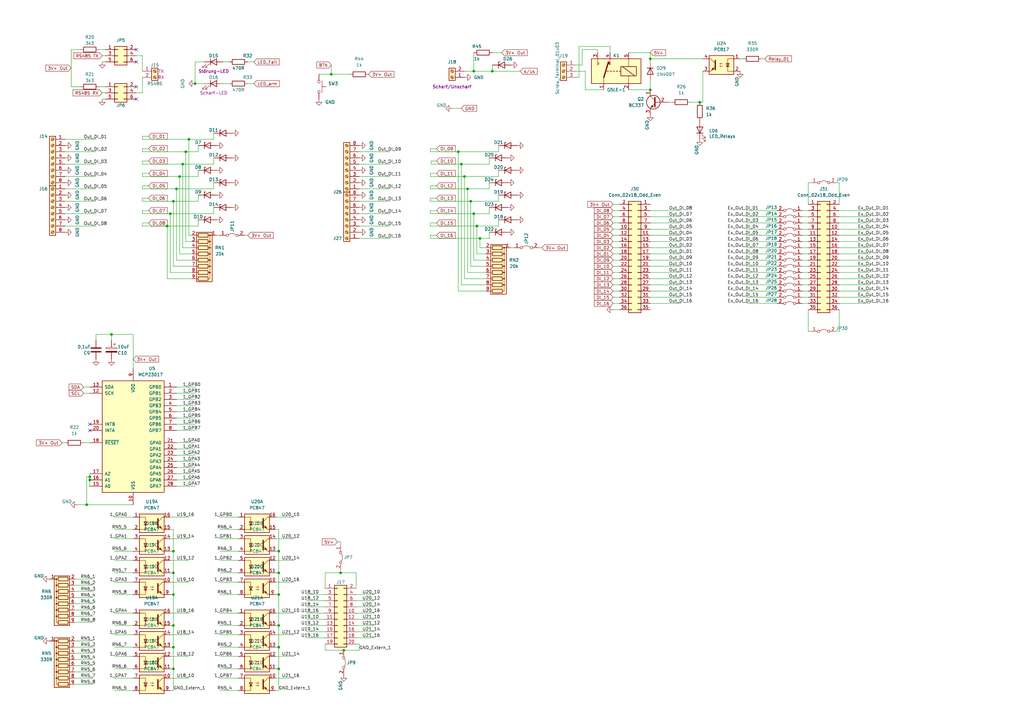
<source format=kicad_sch>
(kicad_sch (version 20211123) (generator eeschema)
  (paper "A3")
  (junction (at 266.7 36.83))
  (junction (at 68.58 92.71))
  (junction (at 290.83 420.37))
  (junction (at 224.79 361.95))
  (junction (at 72.39 77.47))
  (junction (at 80.01 34.29))
  (junction (at 191.77 77.47))
  (junction (at 195.58 92.71))
  (junction (at 334.01 389.89))
  (junction (at 222.25 372.11))
  (junction (at 334.01 398.78))
  (junction (at 74.93 67.31))
  (junction (at 290.83 398.78))
  (junction (at 201.93 29.21))
  (junction (at 71.12 265.43))
  (junction (at 290.83 429.26))
  (junction (at 71.12 256.54))
  (junction (at 139.7 234.95))
  (junction (at 193.04 82.55))
  (junction (at 36.83 195.58))
  (junction (at 76.2 62.23))
  (junction (at 233.68 302.26))
  (junction (at 71.12 234.95))
  (junction (at 290.83 407.67))
  (junction (at 196.85 97.79))
  (junction (at 71.12 243.84))
  (junction (at 77.47 57.15))
  (junction (at 290.83 438.15))
  (junction (at 114.3 256.54))
  (junction (at 71.12 82.55))
  (junction (at 135.89 30.48))
  (junction (at 194.31 87.63))
  (junction (at 71.12 226.06))
  (junction (at 73.66 72.39))
  (junction (at 287.02 41.91))
  (junction (at 36.83 196.85))
  (junction (at 189.23 67.31))
  (junction (at 194.31 29.21))
  (junction (at 364.49 397.51))
  (junction (at 45.72 137.16))
  (junction (at 140.97 266.7))
  (junction (at 35.56 207.01))
  (junction (at 365.76 427.99))
  (junction (at 290.83 389.89))
  (junction (at 334.01 438.15))
  (junction (at 334.01 429.26))
  (junction (at 334.01 420.37))
  (junction (at 114.3 265.43))
  (junction (at 69.85 87.63))
  (junction (at 114.3 274.32))
  (junction (at 114.3 243.84))
  (junction (at 114.3 226.06))
  (junction (at 266.7 24.13))
  (junction (at 190.5 72.39))
  (junction (at 334.01 407.67))
  (junction (at 114.3 234.95))
  (junction (at 71.12 274.32))
  (junction (at 187.96 62.23))
  (no_connect (at 36.83 173.99))
  (no_connect (at 36.83 176.53))
  (no_connect (at 55.88 20.32))
  (no_connect (at 224.79 341.63))
  (no_connect (at 55.88 40.64))
  (no_connect (at 224.79 339.09))
  (no_connect (at 55.88 35.56))
  (no_connect (at 55.88 25.4))
  (wire (pts (xy 358.14 427.99) (xy 365.76 427.99)))
  (wire (pts (xy 97.79 220.98) (xy 90.17 220.98)))
  (wire (pts (xy 224.79 359.41) (xy 224.79 361.95)))
  (wire (pts (xy 254 402.59) (xy 261.62 402.59)))
  (wire (pts (xy 238.76 26.67) (xy 236.22 26.67)))
  (wire (pts (xy 289.56 407.67) (xy 290.83 407.67)))
  (wire (pts (xy 254 400.05) (xy 261.62 400.05)))
  (wire (pts (xy 41.91 40.64) (xy 43.18 40.64)))
  (wire (pts (xy 30.48 270.51) (xy 38.1 270.51)))
  (wire (pts (xy 194.31 87.63) (xy 194.31 106.68)))
  (wire (pts (xy 254 405.13) (xy 261.62 405.13)))
  (wire (pts (xy 328.93 119.38) (xy 331.47 119.38)))
  (wire (pts (xy 58.42 87.63) (xy 69.85 87.63)))
  (wire (pts (xy 58.42 91.44) (xy 58.42 92.71)))
  (wire (pts (xy 210.82 101.6) (xy 209.55 101.6)))
  (wire (pts (xy 189.23 67.31) (xy 189.23 116.84)))
  (wire (pts (xy 114.3 243.84) (xy 114.3 256.54)))
  (wire (pts (xy 344.17 106.68) (xy 356.87 106.68)))
  (wire (pts (xy 328.93 93.98) (xy 331.47 93.98)))
  (wire (pts (xy 36.83 194.31) (xy 36.83 195.58)))
  (wire (pts (xy 289.56 424.18) (xy 297.18 424.18)))
  (wire (pts (xy 54.61 251.46) (xy 47.1008 251.46)))
  (wire (pts (xy 54.61 283.21) (xy 46.99 283.21)))
  (wire (pts (xy 344.17 109.22) (xy 356.87 109.22)))
  (wire (pts (xy 54.61 260.35) (xy 46.99 260.35)))
  (wire (pts (xy 71.12 226.06) (xy 71.12 234.95)))
  (wire (pts (xy 54.61 238.76) (xy 47.1008 238.76)))
  (wire (pts (xy 318.77 124.46) (xy 306.07 124.46)))
  (wire (pts (xy 133.35 266.7) (xy 140.97 266.7)))
  (wire (pts (xy 135.89 30.48) (xy 130.81 30.48)))
  (wire (pts (xy 199.39 104.14) (xy 195.58 104.14)))
  (wire (pts (xy 328.93 114.3) (xy 331.47 114.3)))
  (wire (pts (xy 29.21 20.32) (xy 29.21 35.56)))
  (wire (pts (xy 146.05 251.46) (xy 153.67 251.46)))
  (wire (pts (xy 133.35 261.62) (xy 125.73 261.62)))
  (wire (pts (xy 344.17 124.46) (xy 356.87 124.46)))
  (wire (pts (xy 133.35 259.08) (xy 125.73 259.08)))
  (wire (pts (xy 317.5 433.07) (xy 309.88 433.07)))
  (wire (pts (xy 274.32 424.18) (xy 266.7 424.18)))
  (wire (pts (xy 332.74 429.26) (xy 334.01 429.26)))
  (wire (pts (xy 71.12 82.55) (xy 81.28 82.55)))
  (wire (pts (xy 71.12 274.32) (xy 71.12 283.21)))
  (wire (pts (xy 304.8 24.13) (xy 303.53 24.13)))
  (wire (pts (xy 290.83 398.78) (xy 290.83 407.67)))
  (wire (pts (xy 328.93 124.46) (xy 331.47 124.46)))
  (wire (pts (xy 71.12 256.54) (xy 71.12 265.43)))
  (wire (pts (xy 60.96 91.44) (xy 58.42 91.44)))
  (wire (pts (xy 138.43 222.25) (xy 139.7 222.25)))
  (wire (pts (xy 266.7 88.9) (xy 279.4 88.9)))
  (wire (pts (xy 313.69 24.13) (xy 312.42 24.13)))
  (wire (pts (xy 274.32 407.67) (xy 266.7 407.67)))
  (wire (pts (xy 274.32 441.96) (xy 266.7 441.96)))
  (wire (pts (xy 194.31 21.59) (xy 194.31 29.21)))
  (wire (pts (xy 332.74 384.81) (xy 340.36 384.81)))
  (wire (pts (xy 266.7 21.59) (xy 266.7 24.13)))
  (wire (pts (xy 344.17 119.38) (xy 356.87 119.38)))
  (wire (pts (xy 113.03 278.13) (xy 120.65 278.13)))
  (wire (pts (xy 60.96 76.2) (xy 58.42 76.2)))
  (wire (pts (xy 370.84 402.59) (xy 370.84 397.51)))
  (wire (pts (xy 318.77 101.6) (xy 306.07 101.6)))
  (wire (pts (xy 318.77 116.84) (xy 306.07 116.84)))
  (wire (pts (xy 54.61 137.16) (xy 54.61 151.13)))
  (wire (pts (xy 254 435.61) (xy 261.62 435.61)))
  (wire (pts (xy 193.04 82.55) (xy 204.47 82.55)))
  (wire (pts (xy 58.42 66.04) (xy 58.42 67.31)))
  (wire (pts (xy 143.51 30.48) (xy 135.89 30.48)))
  (wire (pts (xy 318.77 104.14) (xy 306.07 104.14)))
  (wire (pts (xy 97.79 229.87) (xy 90.17 229.87)))
  (wire (pts (xy 266.7 119.38) (xy 279.4 119.38)))
  (wire (pts (xy 54.61 234.95) (xy 46.99 234.95)))
  (wire (pts (xy 260.35 334.01) (xy 267.97 334.01)))
  (wire (pts (xy 78.74 99.06) (xy 76.2 99.06)))
  (wire (pts (xy 274.32 375.92) (xy 266.7 375.92)))
  (wire (pts (xy 146.05 254) (xy 153.67 254)))
  (wire (pts (xy 69.85 217.17) (xy 71.12 217.17)))
  (wire (pts (xy 318.77 88.9) (xy 306.07 88.9)))
  (wire (pts (xy 68.58 114.3) (xy 68.58 92.71)))
  (wire (pts (xy 91.44 25.4) (xy 93.98 25.4)))
  (wire (pts (xy 60.96 55.88) (xy 58.42 55.88)))
  (wire (pts (xy 72.39 168.91) (xy 80.01 168.91)))
  (wire (pts (xy 135.89 26.67) (xy 135.89 30.48)))
  (wire (pts (xy 58.42 38.1) (xy 55.88 38.1)))
  (wire (pts (xy 30.48 262.89) (xy 38.1 262.89)))
  (wire (pts (xy 222.25 372.11) (xy 242.57 372.11)))
  (wire (pts (xy 251.46 83.82) (xy 254 83.82)))
  (wire (pts (xy 328.93 91.44) (xy 331.47 91.44)))
  (wire (pts (xy 358.14 415.29) (xy 350.52 415.29)))
  (wire (pts (xy 146.05 246.38) (xy 153.67 246.38)))
  (wire (pts (xy 318.77 106.68) (xy 306.07 106.68)))
  (wire (pts (xy 76.2 99.06) (xy 76.2 62.23)))
  (wire (pts (xy 289.56 375.92) (xy 297.18 375.92)))
  (wire (pts (xy 146.05 261.62) (xy 153.67 261.62)))
  (wire (pts (xy 97.79 256.54) (xy 90.17 256.54)))
  (wire (pts (xy 73.66 104.14) (xy 73.66 72.39)))
  (wire (pts (xy 195.58 92.71) (xy 195.58 104.14)))
  (wire (pts (xy 289.56 393.7) (xy 297.18 393.7)))
  (wire (pts (xy 72.39 194.31) (xy 80.01 194.31)))
  (wire (pts (xy 194.31 29.21) (xy 201.93 29.21)))
  (wire (pts (xy 251.46 106.68) (xy 254 106.68)))
  (wire (pts (xy 87.63 85.09) (xy 87.63 87.63)))
  (wire (pts (xy 72.39 171.45) (xy 80.01 171.45)))
  (wire (pts (xy 133.35 246.38) (xy 125.73 246.38)))
  (wire (pts (xy 40.64 35.56) (xy 43.18 35.56)))
  (wire (pts (xy 344.17 135.89) (xy 342.9 135.89)))
  (wire (pts (xy 133.35 254) (xy 125.73 254)))
  (wire (pts (xy 260.35 359.41) (xy 267.97 359.41)))
  (wire (pts (xy 288.29 29.21) (xy 288.29 41.91)))
  (wire (pts (xy 250.19 19.05) (xy 237.49 19.05)))
  (wire (pts (xy 260.35 339.09) (xy 267.97 339.09)))
  (wire (pts (xy 146.05 241.3) (xy 146.05 234.95)))
  (wire (pts (xy 40.64 20.32) (xy 43.18 20.32)))
  (wire (pts (xy 69.85 256.54) (xy 71.12 256.54)))
  (wire (pts (xy 73.66 72.39) (xy 81.28 72.39)))
  (wire (pts (xy 30.48 240.03) (xy 38.1 240.03)))
  (wire (pts (xy 274.32 438.15) (xy 266.7 438.15)))
  (wire (pts (xy 69.85 243.84) (xy 71.12 243.84)))
  (wire (pts (xy 54.61 226.06) (xy 46.99 226.06)))
  (wire (pts (xy 344.17 127) (xy 344.17 135.89)))
  (wire (pts (xy 201.93 29.21) (xy 213.36 29.21)))
  (wire (pts (xy 176.53 71.12) (xy 176.53 72.39)))
  (wire (pts (xy 199.39 114.3) (xy 190.5 114.3)))
  (wire (pts (xy 370.84 407.67) (xy 378.46 407.67)))
  (wire (pts (xy 274.32 415.29) (xy 266.7 415.29)))
  (wire (pts (xy 334.01 407.67) (xy 334.01 420.37)))
  (wire (pts (xy 69.85 265.43) (xy 71.12 265.43)))
  (wire (pts (xy 97.79 278.13) (xy 90.17 278.13)))
  (wire (pts (xy 233.68 302.26) (xy 242.57 302.26)))
  (wire (pts (xy 176.7921 67.31) (xy 189.23 67.31)))
  (wire (pts (xy 35.56 207.01) (xy 54.61 207.01)))
  (wire (pts (xy 97.79 265.43) (xy 90.17 265.43)))
  (wire (pts (xy 78.74 101.6) (xy 74.93 101.6)))
  (wire (pts (xy 176.53 60.96) (xy 176.53 62.23)))
  (wire (pts (xy 176.53 86.36) (xy 176.53 87.63)))
  (wire (pts (xy 260.35 351.79) (xy 267.97 351.79)))
  (wire (pts (xy 266.7 106.68) (xy 279.4 106.68)))
  (wire (pts (xy 266.7 93.98) (xy 279.4 93.98)))
  (wire (pts (xy 317.5 438.15) (xy 309.88 438.15)))
  (wire (pts (xy 344.17 91.44) (xy 356.87 91.44)))
  (wire (pts (xy 318.77 86.36) (xy 306.07 86.36)))
  (wire (pts (xy 328.93 121.92) (xy 331.47 121.92)))
  (wire (pts (xy 289.56 384.81) (xy 297.18 384.81)))
  (wire (pts (xy 147.32 72.39) (xy 160.02 72.39)))
  (wire (pts (xy 260.35 354.33) (xy 267.97 354.33)))
  (wire (pts (xy 69.85 212.09) (xy 77.47 212.09)))
  (wire (pts (xy 87.63 64.77) (xy 87.63 67.31)))
  (wire (pts (xy 328.93 109.22) (xy 331.47 109.22)))
  (wire (pts (xy 71.12 109.22) (xy 71.12 82.55)))
  (wire (pts (xy 274.32 420.37) (xy 266.7 420.37)))
  (wire (pts (xy 191.77 77.47) (xy 191.77 111.76)))
  (wire (pts (xy 254 427.99) (xy 261.62 427.99)))
  (wire (pts (xy 60.96 60.96) (xy 58.42 60.96)))
  (wire (pts (xy 30.48 245.11) (xy 38.1 245.11)))
  (wire (pts (xy 254 425.45) (xy 261.62 425.45)))
  (wire (pts (xy 370.84 427.99) (xy 370.84 425.45)))
  (wire (pts (xy 290.83 389.89) (xy 290.83 398.78)))
  (wire (pts (xy 254 430.53) (xy 261.62 430.53)))
  (wire (pts (xy 147.32 82.55) (xy 160.02 82.55)))
  (wire (pts (xy 317.5 398.78) (xy 309.88 398.78)))
  (wire (pts (xy 328.93 101.6) (xy 331.47 101.6)))
  (wire (pts (xy 260.35 341.63) (xy 267.97 341.63)))
  (wire (pts (xy 331.47 74.93) (xy 332.74 74.93)))
  (wire (pts (xy 58.42 72.39) (xy 73.66 72.39)))
  (wire (pts (xy 58.42 55.88) (xy 58.42 57.15)))
  (wire (pts (xy 140.97 266.7) (xy 147.32 266.7)))
  (wire (pts (xy 147.32 77.47) (xy 160.02 77.47)))
  (wire (pts (xy 30.48 255.27) (xy 38.1 255.27)))
  (wire (pts (xy 344.17 104.14) (xy 356.87 104.14)))
  (wire (pts (xy 80.01 25.4) (xy 80.01 34.29)))
  (wire (pts (xy 274.32 384.81) (xy 266.7 384.81)))
  (wire (pts (xy 328.93 86.36) (xy 331.47 86.36)))
  (wire (pts (xy 332.74 389.89) (xy 334.01 389.89)))
  (wire (pts (xy 287.02 41.91) (xy 288.29 41.91)))
  (wire (pts (xy 81.28 80.01) (xy 81.28 82.55)))
  (wire (pts (xy 358.14 425.45) (xy 358.14 427.99)))
  (wire (pts (xy 344.17 99.06) (xy 356.87 99.06)))
  (wire (pts (xy 147.32 87.63) (xy 160.02 87.63)))
  (wire (pts (xy 187.96 62.23) (xy 204.47 62.23)))
  (wire (pts (xy 266.7 101.6) (xy 279.4 101.6)))
  (wire (pts (xy 289.56 441.96) (xy 297.18 441.96)))
  (wire (pts (xy 72.39 106.68) (xy 72.39 77.47)))
  (wire (pts (xy 179.07 81.28) (xy 176.53 81.28)))
  (wire (pts (xy 146.05 256.54) (xy 153.67 256.54)))
  (wire (pts (xy 358.14 405.13) (xy 350.52 405.13)))
  (wire (pts (xy 146.05 259.08) (xy 153.67 259.08)))
  (wire (pts (xy 176.53 97.79) (xy 196.85 97.79)))
  (wire (pts (xy 41.91 38.1) (xy 43.18 38.1)))
  (wire (pts (xy 289.56 447.04) (xy 290.83 447.04)))
  (wire (pts (xy 35.56 195.58) (xy 35.56 207.01)))
  (wire (pts (xy 104.14 25.4) (xy 101.6 25.4)))
  (wire (pts (xy 113.03 265.43) (xy 114.3 265.43)))
  (wire (pts (xy 78.74 111.76) (xy 69.85 111.76)))
  (wire (pts (xy 358.14 420.37) (xy 350.52 420.37)))
  (wire (pts (xy 260.35 346.71) (xy 267.97 346.71)))
  (wire (pts (xy 60.96 81.28) (xy 58.42 81.28)))
  (wire (pts (xy 344.17 114.3) (xy 356.87 114.3)))
  (wire (pts (xy 196.85 97.79) (xy 196.85 101.6)))
  (wire (pts (xy 222.25 101.6) (xy 220.98 101.6)))
  (wire (pts (xy 289.56 433.07) (xy 297.18 433.07)))
  (wire (pts (xy 179.07 91.44) (xy 176.53 91.44)))
  (wire (pts (xy 97.79 243.84) (xy 90.17 243.84)))
  (wire (pts (xy 113.03 274.32) (xy 114.3 274.32)))
  (wire (pts (xy 317.5 393.7) (xy 309.88 393.7)))
  (wire (pts (xy 114.3 265.43) (xy 114.3 274.32)))
  (wire (pts (xy 254 407.67) (xy 261.62 407.67)))
  (wire (pts (xy 251.46 114.3) (xy 254 114.3)))
  (wire (pts (xy 69.85 87.63) (xy 87.63 87.63)))
  (wire (pts (xy 69.85 260.35) (xy 77.47 260.35)))
  (wire (pts (xy 72.39 173.99) (xy 80.01 173.99)))
  (wire (pts (xy 370.84 397.51) (xy 364.49 397.51)))
  (wire (pts (xy 328.93 104.14) (xy 331.47 104.14)))
  (wire (pts (xy 317.5 384.81) (xy 309.88 384.81)))
  (wire (pts (xy 274.32 389.89) (xy 266.7 389.89)))
  (wire (pts (xy 179.07 76.2) (xy 176.53 76.2)))
  (wire (pts (xy 266.7 86.36) (xy 279.4 86.36)))
  (wire (pts (xy 358.14 410.21) (xy 350.52 410.21)))
  (wire (pts (xy 146.05 264.16) (xy 147.32 264.16)))
  (wire (pts (xy 72.39 176.53) (xy 80.01 176.53)))
  (wire (pts (xy 199.39 111.76) (xy 191.77 111.76)))
  (wire (pts (xy 77.47 57.15) (xy 77.47 96.52)))
  (wire (pts (xy 283.21 41.91) (xy 287.02 41.91)))
  (wire (pts (xy 317.5 375.92) (xy 309.88 375.92)))
  (wire (pts (xy 26.67 67.31) (xy 39.37 67.31)))
  (wire (pts (xy 47.1008 220.98) (xy 54.61 220.98)))
  (wire (pts (xy 257.81 36.83) (xy 266.7 36.83)))
  (wire (pts (xy 60.96 66.04) (xy 58.42 66.04)))
  (wire (pts (xy 328.93 99.06) (xy 331.47 99.06)))
  (wire (pts (xy 318.77 111.76) (xy 306.07 111.76)))
  (wire (pts (xy 139.7 222.25) (xy 139.7 223.52)))
  (wire (pts (xy 328.93 88.9) (xy 331.47 88.9)))
  (wire (pts (xy 54.61 265.43) (xy 46.99 265.43)))
  (wire (pts (xy 328.93 106.68) (xy 331.47 106.68)))
  (wire (pts (xy 189.23 67.31) (xy 200.66 67.31)))
  (wire (pts (xy 358.14 397.51) (xy 364.49 397.51)))
  (wire (pts (xy 332.74 375.92) (xy 340.36 375.92)))
  (wire (pts (xy 29.21 35.56) (xy 33.02 35.56)))
  (wire (pts (xy 365.76 427.99) (xy 370.84 427.99)))
  (wire (pts (xy 176.53 72.39) (xy 190.5 72.39)))
  (wire (pts (xy 254 422.91) (xy 261.62 422.91)))
  (wire (pts (xy 370.84 417.83) (xy 378.46 417.83)))
  (wire (pts (xy 179.07 60.96) (xy 176.53 60.96)))
  (wire (pts (xy 200.66 64.77) (xy 200.66 67.31)))
  (wire (pts (xy 113.03 243.84) (xy 114.3 243.84)))
  (wire (pts (xy 54.61 256.54) (xy 46.99 256.54)))
  (wire (pts (xy 29.21 20.32) (xy 33.02 20.32)))
  (wire (pts (xy 34.29 161.29) (xy 36.83 161.29)))
  (wire (pts (xy 176.53 62.23) (xy 187.96 62.23)))
  (wire (pts (xy 227.33 302.26) (xy 233.68 302.26)))
  (wire (pts (xy 26.67 77.47) (xy 39.37 77.47)))
  (wire (pts (xy 69.85 111.76) (xy 69.85 87.63)))
  (wire (pts (xy 114.3 256.54) (xy 114.3 265.43)))
  (wire (pts (xy 113.03 256.54) (xy 114.3 256.54)))
  (wire (pts (xy 332.74 407.67) (xy 334.01 407.67)))
  (wire (pts (xy 222.25 361.95) (xy 222.25 372.11)))
  (wire (pts (xy 30.48 237.49) (xy 38.1 237.49)))
  (wire (pts (xy 36.83 195.58) (xy 36.83 196.85)))
  (wire (pts (xy 58.42 29.21) (xy 58.42 22.86)))
  (wire (pts (xy 81.28 59.69) (xy 81.28 62.23)))
  (wire (pts (xy 370.84 405.13) (xy 378.46 405.13)))
  (wire (pts (xy 318.77 114.3) (xy 306.07 114.3)))
  (wire (pts (xy 317.5 441.96) (xy 309.88 441.96)))
  (wire (pts (xy 240.03 36.83) (xy 240.03 29.21)))
  (wire (pts (xy 334.01 398.78) (xy 334.01 407.67)))
  (wire (pts (xy 190.5 72.39) (xy 190.5 114.3)))
  (wire (pts (xy 179.07 86.36) (xy 176.53 86.36)))
  (wire (pts (xy 254 397.51) (xy 261.62 397.51)))
  (wire (pts (xy 251.46 88.9) (xy 254 88.9)))
  (wire (pts (xy 179.07 96.52) (xy 176.53 96.52)))
  (wire (pts (xy 26.67 92.71) (xy 39.37 92.71)))
  (wire (pts (xy 146.05 248.92) (xy 153.67 248.92)))
  (wire (pts (xy 191.77 77.47) (xy 200.66 77.47)))
  (wire (pts (xy 133.35 256.54) (xy 125.73 256.54)))
  (wire (pts (xy 245.11 20.32) (xy 238.76 20.32)))
  (wire (pts (xy 71.12 265.43) (xy 71.12 274.32)))
  (wire (pts (xy 78.74 96.52) (xy 77.47 96.52)))
  (wire (pts (xy 260.35 364.49) (xy 267.97 364.49)))
  (wire (pts (xy 332.74 441.96) (xy 340.36 441.96)))
  (wire (pts (xy 290.83 429.26) (xy 290.83 438.15)))
  (wire (pts (xy 331.47 127) (xy 331.47 135.89)))
  (wire (pts (xy 147.32 97.79) (xy 160.02 97.79)))
  (wire (pts (xy 289.56 415.29) (xy 297.18 415.29)))
  (wire (pts (xy 318.77 99.06) (xy 306.07 99.06)))
  (wire (pts (xy 54.61 229.87) (xy 47.1008 229.87)))
  (wire (pts (xy 200.66 85.09) (xy 200.66 87.63)))
  (wire (pts (xy 332.74 393.7) (xy 340.36 393.7)))
  (wire (pts (xy 114.3 283.21) (xy 113.03 283.21)))
  (wire (pts (xy 176.7921 66.04) (xy 179.07 66.04)))
  (wire (pts (xy 222.25 323.85) (xy 224.79 323.85)))
  (wire (pts (xy 176.53 87.63) (xy 194.31 87.63)))
  (wire (pts (xy 133.35 264.16) (xy 133.35 266.7)))
  (wire (pts (xy 72.39 166.37) (xy 80.01 166.37)))
  (wire (pts (xy 113.03 229.87) (xy 120.65 229.87)))
  (wire (pts (xy 54.61 243.84) (xy 46.99 243.84)))
  (wire (pts (xy 113.03 234.95) (xy 114.3 234.95)))
  (wire (pts (xy 114.3 234.95) (xy 114.3 243.84)))
  (wire (pts (xy 194.31 87.63) (xy 200.66 87.63)))
  (wire (pts (xy 204.47 80.01) (xy 204.47 82.55)))
  (wire (pts (xy 72.39 191.77) (xy 80.01 191.77)))
  (wire (pts (xy 147.32 62.23) (xy 160.02 62.23)))
  (wire (pts (xy 91.44 34.29) (xy 93.98 34.29)))
  (wire (pts (xy 289.56 438.15) (xy 290.83 438.15)))
  (wire (pts (xy 332.74 424.18) (xy 340.36 424.18)))
  (wire (pts (xy 290.83 438.15) (xy 290.83 447.04)))
  (wire (pts (xy 97.79 217.17) (xy 90.17 217.17)))
  (wire (pts (xy 87.63 74.93) (xy 87.63 77.47)))
  (wire (pts (xy 26.67 87.63) (xy 39.37 87.63)))
  (wire (pts (xy 251.46 86.36) (xy 254 86.36)))
  (wire (pts (xy 31.75 207.01) (xy 35.56 207.01)))
  (wire (pts (xy 54.61 217.17) (xy 46.99 217.17)))
  (wire (pts (xy 254 127) (xy 251.46 127)))
  (wire (pts (xy 251.46 99.06) (xy 254 99.06)))
  (wire (pts (xy 218.44 346.71) (xy 224.79 346.71)))
  (wire (pts (xy 274.32 429.26) (xy 266.7 429.26)))
  (wire (pts (xy 222.25 326.39) (xy 224.79 326.39)))
  (wire (pts (xy 176.53 76.2) (xy 176.53 77.47)))
  (wire (pts (xy 176.53 92.71) (xy 195.58 92.71)))
  (wire (pts (xy 288.29 24.13) (xy 266.7 24.13)))
  (wire (pts (xy 370.84 415.29) (xy 378.46 415.29)))
  (wire (pts (xy 289.56 398.78) (xy 290.83 398.78)))
  (wire (pts (xy 334.01 438.15) (xy 334.01 447.04)))
  (wire (pts (xy 251.46 121.92) (xy 254 121.92)))
  (wire (pts (xy 328.93 116.84) (xy 331.47 116.84)))
  (wire (pts (xy 250.19 19.05) (xy 250.19 21.59)))
  (wire (pts (xy 190.5 29.21) (xy 194.31 29.21)))
  (wire (pts (xy 114.3 217.17) (xy 114.3 226.06)))
  (wire (pts (xy 139.7 233.68) (xy 139.7 234.95)))
  (wire (pts (xy 254 440.69) (xy 261.62 440.69)))
  (wire (pts (xy 266.7 96.52) (xy 279.4 96.52)))
  (wire (pts (xy 238.76 20.32) (xy 238.76 26.67)))
  (wire (pts (xy 290.83 420.37) (xy 290.83 429.26)))
  (wire (pts (xy 87.63 54.61) (xy 87.63 57.15)))
  (wire (pts (xy 266.7 36.83) (xy 266.7 33.02)))
  (wire (pts (xy 30.48 278.13) (xy 38.1 278.13)))
  (wire (pts (xy 133.35 243.84) (xy 125.73 243.84)))
  (wire (pts (xy 260.35 326.39) (xy 267.97 326.39)))
  (wire (pts (xy 30.48 242.57) (xy 38.1 242.57)))
  (wire (pts (xy 317.5 389.89) (xy 309.88 389.89)))
  (wire (pts (xy 45.72 139.7) (xy 45.72 137.16)))
  (wire (pts (xy 71.12 243.84) (xy 71.12 256.54)))
  (wire (pts (xy 274.32 398.78) (xy 266.7 398.78)))
  (wire (pts (xy 30.48 280.67) (xy 38.1 280.67)))
  (wire (pts (xy 72.39 161.29) (xy 80.01 161.29)))
  (wire (pts (xy 218.44 364.49) (xy 224.79 364.49)))
  (wire (pts (xy 60.96 71.12) (xy 58.42 71.12)))
  (wire (pts (xy 72.39 184.15) (xy 80.01 184.15)))
  (wire (pts (xy 69.85 226.06) (xy 71.12 226.06)))
  (wire (pts (xy 45.72 137.16) (xy 54.61 137.16)))
  (wire (pts (xy 317.5 424.18) (xy 309.88 424.18)))
  (wire (pts (xy 78.74 114.3) (xy 68.58 114.3)))
  (wire (pts (xy 251.46 116.84) (xy 254 116.84)))
  (wire (pts (xy 72.39 158.75) (xy 80.01 158.75)))
  (wire (pts (xy 72.39 196.85) (xy 80.01 196.85)))
  (wire (pts (xy 257.81 21.59) (xy 266.7 21.59)))
  (wire (pts (xy 34.29 181.61) (xy 36.83 181.61)))
  (wire (pts (xy 344.17 96.52) (xy 356.87 96.52)))
  (wire (pts (xy 266.7 104.14) (xy 279.4 104.14)))
  (wire (pts (xy 69.85 229.87) (xy 77.47 229.87)))
  (wire (pts (xy 199.39 119.38) (xy 187.96 119.38)))
  (wire (pts (xy 58.42 62.23) (xy 76.2 62.23)))
  (wire (pts (xy 227.33 304.8) (xy 227.33 302.26)))
  (wire (pts (xy 139.7 234.95) (xy 133.35 234.95)))
  (wire (pts (xy 344.17 111.76) (xy 356.87 111.76)))
  (wire (pts (xy 332.74 398.78) (xy 334.01 398.78)))
  (wire (pts (xy 81.28 90.17) (xy 81.28 92.71)))
  (wire (pts (xy 114.3 226.06) (xy 114.3 234.95)))
  (wire (pts (xy 317.5 415.29) (xy 309.88 415.29)))
  (wire (pts (xy 344.17 74.93) (xy 342.9 74.93)))
  (wire (pts (xy 358.14 407.67) (xy 350.52 407.67)))
  (wire (pts (xy 328.93 96.52) (xy 331.47 96.52)))
  (wire (pts (xy 344.17 121.92) (xy 356.87 121.92)))
  (wire (pts (xy 209.55 364.49) (xy 209.55 346.71)))
  (wire (pts (xy 254 412.75) (xy 261.62 412.75)))
  (wire (pts (xy 69.85 274.32) (xy 71.12 274.32)))
  (wire (pts (xy 274.32 433.07) (xy 266.7 433.07)))
  (wire (pts (xy 97.79 260.35) (xy 90.17 260.35)))
  (wire (pts (xy 332.74 438.15) (xy 334.01 438.15)))
  (wire (pts (xy 219.71 372.11) (xy 222.25 372.11)))
  (wire (pts (xy 318.77 109.22) (xy 306.07 109.22)))
  (wire (pts (xy 30.48 250.19) (xy 38.1 250.19)))
  (wire (pts (xy 209.55 346.71) (xy 210.82 346.71)))
  (wire (pts (xy 54.61 269.24) (xy 47.1008 269.24)))
  (wire (pts (xy 344.17 93.98) (xy 356.87 93.98)))
  (wire (pts (xy 199.39 109.22) (xy 193.04 109.22)))
  (wire (pts (xy 370.84 412.75) (xy 378.46 412.75)))
  (wire (pts (xy 237.49 19.05) (xy 237.49 31.75)))
  (wire (pts (xy 332.74 433.07) (xy 340.36 433.07)))
  (wire (pts (xy 187.96 62.23) (xy 187.96 119.38)))
  (wire (pts (xy 147.32 67.31) (xy 160.02 67.31)))
  (wire (pts (xy 80.01 34.29) (xy 83.82 34.29)))
  (wire (pts (xy 204.47 69.85) (xy 204.47 72.39)))
  (wire (pts (xy 72.39 77.47) (xy 87.63 77.47)))
  (wire (pts (xy 266.7 91.44) (xy 279.4 91.44)))
  (wire (pts (xy 39.37 139.7) (xy 39.37 137.16)))
  (wire (pts (xy 344.17 116.84) (xy 356.87 116.84)))
  (wire (pts (xy 78.74 106.68) (xy 72.39 106.68)))
  (wire (pts (xy 254 433.07) (xy 261.62 433.07)))
  (wire (pts (xy 289.56 429.26) (xy 290.83 429.26)))
  (wire (pts (xy 308.61 381) (xy 317.5 381)))
  (wire (pts (xy 331.47 74.93) (xy 331.47 83.82)))
  (wire (pts (xy 251.46 91.44) (xy 254 91.44)))
  (wire (pts (xy 358.14 402.59) (xy 358.14 397.51)))
  (wire (pts (xy 344.17 86.36) (xy 356.87 86.36)))
  (wire (pts (xy 196.85 97.79) (xy 200.66 97.79)))
  (wire (pts (xy 237.49 31.75) (xy 236.22 31.75)))
  (wire (pts (xy 104.14 34.29) (xy 101.6 34.29)))
  (wire (pts (xy 179.07 71.12) (xy 176.53 71.12)))
  (wire (pts (xy 204.47 90.17) (xy 204.47 92.71)))
  (wire (pts (xy 245.11 21.59) (xy 245.11 20.32)))
  (wire (pts (xy 317.5 447.04) (xy 309.88 447.04)))
  (wire (pts (xy 30.48 275.59) (xy 38.1 275.59)))
  (wire (pts (xy 199.39 116.84) (xy 189.23 116.84)))
  (wire (pts (xy 266.7 121.92) (xy 279.4 121.92)))
  (wire (pts (xy 113.03 260.35) (xy 120.65 260.35)))
  (wire (pts (xy 318.77 119.38) (xy 306.07 119.38)))
  (wire (pts (xy 36.83 196.85) (xy 36.83 199.39)))
  (wire (pts (xy 289.56 381) (xy 290.83 381)))
  (wire (pts (xy 358.14 417.83) (xy 350.52 417.83)))
  (wire (pts (xy 58.42 57.15) (xy 77.47 57.15)))
  (wire (pts (xy 317.5 420.37) (xy 309.88 420.37)))
  (wire (pts (xy 204.47 59.69) (xy 204.47 62.23)))
  (wire (pts (xy 58.42 67.31) (xy 74.93 67.31)))
  (wire (pts (xy 30.48 273.05) (xy 38.1 273.05)))
  (wire (pts (xy 274.32 393.7) (xy 266.7 393.7)))
  (wire (pts (xy 363.22 384.81) (xy 364.49 384.81)))
  (wire (pts (xy 266.7 99.06) (xy 279.4 99.06)))
  (wire (pts (xy 97.79 234.95) (xy 90.17 234.95)))
  (wire (pts (xy 54.61 274.32) (xy 46.99 274.32)))
  (wire (pts (xy 83.82 25.4) (xy 80.01 25.4)))
  (wire (pts (xy 274.32 402.59) (xy 266.7 402.59)))
  (wire (pts (xy 251.46 96.52) (xy 254 96.52)))
  (wire (pts (xy 260.35 331.47) (xy 267.97 331.47)))
  (wire (pts (xy 36.83 195.58) (xy 35.56 195.58)))
  (wire (pts (xy 58.42 60.96) (xy 58.42 62.23)))
  (wire (pts (xy 200.66 74.93) (xy 200.66 77.47)))
  (wire (pts (xy 251.46 93.98) (xy 254 93.98)))
  (wire (pts (xy 74.93 101.6) (xy 74.93 67.31)))
  (wire (pts (xy 318.77 96.52) (xy 306.07 96.52)))
  (wire (pts (xy 72.39 163.83) (xy 80.01 163.83)))
  (wire (pts (xy 113.03 212.09) (xy 120.65 212.09)))
  (wire (pts (xy 334.01 381) (xy 334.01 389.89)))
  (wire (pts (xy 274.32 41.91) (xy 275.59 41.91)))
  (wire (pts (xy 72.39 181.61) (xy 80.01 181.61)))
  (wire (pts (xy 176.53 82.55) (xy 193.04 82.55)))
  (wire (pts (xy 247.65 36.83) (xy 240.03 36.83)))
  (wire (pts (xy 113.03 269.24) (xy 120.65 269.24)))
  (wire (pts (xy 254 410.21) (xy 261.62 410.21)))
  (wire (pts (xy 260.35 336.55) (xy 267.97 336.55)))
  (wire (pts (xy 69.85 269.24) (xy 77.47 269.24)))
  (wire (pts (xy 190.5 72.39) (xy 204.47 72.39)))
  (wire (pts (xy 193.04 82.55) (xy 193.04 109.22)))
  (wire (pts (xy 54.61 278.13) (xy 46.99 278.13)))
  (wire (pts (xy 222.25 361.95) (xy 224.79 361.95)))
  (wire (pts (xy 30.48 265.43) (xy 38.1 265.43)))
  (wire (pts (xy 266.7 114.3) (xy 279.4 114.3)))
  (wire (pts (xy 251.46 104.14) (xy 254 104.14)))
  (wire (pts (xy 176.53 96.52) (xy 176.53 97.79)))
  (wire (pts (xy 133.35 251.46) (xy 125.73 251.46)))
  (wire (pts (xy 71.12 234.95) (xy 71.12 243.84)))
  (wire (pts (xy 364.49 384.81) (xy 364.49 387.35)))
  (wire (pts (xy 133.35 234.95) (xy 133.35 241.3)))
  (wire (pts (xy 334.01 447.04) (xy 332.74 447.04)))
  (wire (pts (xy 344.17 101.6) (xy 356.87 101.6)))
  (wire (pts (xy 176.53 77.47) (xy 191.77 77.47)))
  (wire (pts (xy 251.46 111.76) (xy 254 111.76)))
  (wire (pts (xy 60.96 86.36) (xy 58.42 86.36)))
  (wire (pts (xy 72.39 189.23) (xy 80.01 189.23)))
  (wire (pts (xy 78.74 109.22) (xy 71.12 109.22)))
  (wire (pts (xy 332.74 402.59) (xy 340.36 402.59)))
  (wire (pts (xy 113.03 217.17) (xy 114.3 217.17)))
  (wire (pts (xy 97.79 251.46) (xy 90.17 251.46)))
  (wire (pts (xy 58.42 22.86) (xy 55.88 22.86)))
  (wire (pts (xy 113.03 238.76) (xy 120.65 238.76)))
  (wire (pts (xy 176.53 81.28) (xy 176.53 82.55)))
  (wire (pts (xy 254 415.29) (xy 261.62 415.29)))
  (wire (pts (xy 41.91 25.4) (xy 43.18 25.4)))
  (wire (pts (xy 332.74 381) (xy 334.01 381)))
  (wire (pts (xy 318.77 93.98) (xy 306.07 93.98)))
  (wire (pts (xy 344.17 74.93) (xy 344.17 83.82)))
  (wire (pts (xy 233.68 304.8) (xy 233.68 302.26)))
  (wire (pts (xy 185.42 44.45) (xy 189.23 44.45)))
  (wire (pts (xy 97.79 274.32) (xy 90.17 274.32)))
  (wire (pts (xy 344.17 88.9) (xy 356.87 88.9)))
  (wire (pts (xy 332.74 415.29) (xy 340.36 415.29)))
  (wire (pts (xy 78.74 104.14) (xy 73.66 104.14)))
  (wire (pts (xy 114.3 274.32) (xy 114.3 283.21)))
  (wire (pts (xy 290.83 381) (xy 290.83 389.89)))
  (wire (pts (xy 210.82 364.49) (xy 209.55 364.49)))
  (wire (pts (xy 26.67 62.23) (xy 39.37 62.23)))
  (wire (pts (xy 133.35 248.92) (xy 125.73 248.92)))
  (wire (pts (xy 201.93 21.59) (xy 205.74 21.59)))
  (wire (pts (xy 317.5 402.59) (xy 309.88 402.59)))
  (wire (pts (xy 30.48 267.97) (xy 38.1 267.97)))
  (wire (pts (xy 317.5 407.67) (xy 309.88 407.67)))
  (wire (pts (xy 41.91 22.86) (xy 43.18 22.86)))
  (wire (pts (xy 58.42 77.47) (xy 72.39 77.47)))
  (wire (pts (xy 26.67 72.39) (xy 39.37 72.39)))
  (wire (pts (xy 289.56 402.59) (xy 297.18 402.59)))
  (wire (pts (xy 30.48 247.65) (xy 38.1 247.65)))
  (wire (pts (xy 113.03 251.46) (xy 120.65 251.46)))
  (wire (pts (xy 34.29 158.75) (xy 36.83 158.75)))
  (wire (pts (xy 97.79 269.24) (xy 90.17 269.24)))
  (wire (pts (xy 58.42 71.12) (xy 58.42 72.39)))
  (wire (pts (xy 113.03 226.06) (xy 114.3 226.06)))
  (wire (pts (xy 72.39 199.39) (xy 80.01 199.39)))
  (wire (pts (xy 254 438.15) (xy 261.62 438.15)))
  (wire (pts (xy 266.7 111.76) (xy 279.4 111.76)))
  (wire (pts (xy 90.17 96.52) (xy 88.9 96.52)))
  (wire (pts (xy 30.48 252.73) (xy 38.1 252.73)))
  (wire (pts (xy 146.05 243.84) (xy 153.67 243.84)))
  (wire (pts (xy 251.46 109.22) (xy 254 109.22)))
  (wire (pts (xy 97.79 226.06) (xy 90.17 226.06)))
  (wire (pts (xy 58.42 31.75) (xy 58.42 38.1)))
  (wire (pts (xy 76.2 62.23) (xy 81.28 62.23)))
  (wire (pts (xy 334.01 389.89) (xy 334.01 398.78)))
  (wire (pts (xy 266.7 124.46) (xy 279.4 124.46)))
  (wire (pts (xy 289.56 389.89) (xy 290.83 389.89)))
  (wire (pts (xy 370.84 422.91) (xy 378.46 422.91)))
  (wire (pts (xy 331.47 135.89) (xy 332.74 135.89)))
  (wire (pts (xy 69.85 251.46) (xy 77.47 251.46)))
  (wire (pts (xy 358.14 422.91) (xy 350.52 422.91)))
  (wire (pts (xy 370.84 420.37) (xy 378.46 420.37)))
  (wire (pts (xy 113.03 220.98) (xy 120.65 220.98)))
  (wire (pts (xy 328.93 111.76) (xy 331.47 111.76)))
  (wire (pts (xy 266.7 109.22) (xy 279.4 109.22)))
  (wire (pts (xy 97.79 283.21) (xy 90.17 283.21)))
  (wire (pts (xy 260.35 356.87) (xy 267.97 356.87)))
  (wire (pts (xy 72.39 186.69) (xy 80.01 186.69)))
  (wire (pts (xy 101.6 96.52) (xy 100.33 96.52)))
  (wire (pts (xy 69.85 283.21) (xy 71.12 283.21)))
  (wire (pts (xy 289.56 420.37) (xy 290.83 420.37)))
  (wire (pts (xy 147.32 92.71) (xy 160.02 92.71)))
  (wire (pts (xy 201.93 26.67) (xy 201.93 29.21)))
  (wire (pts (xy 39.37 137.16) (xy 45.72 137.16)))
  (wire (pts (xy 317.5 429.26) (xy 309.88 429.26)))
  (wire (pts (xy 69.85 278.13) (xy 77.47 278.13)))
  (wire (pts (xy 242.57 302.26) (xy 242.57 316.23)))
  (wire (pts (xy 260.35 323.85) (xy 267.97 323.85)))
  (wire (pts (xy 274.32 447.04) (xy 266.7 447.04)))
  (wire (pts (xy 358.14 412.75) (xy 350.52 412.75)))
  (wire (pts (xy 332.74 420.37) (xy 334.01 420.37)))
  (wire (pts (xy 334.01 420.37) (xy 334.01 429.26)))
  (wire (pts (xy 266.7 116.84) (xy 279.4 116.84)))
  (wire (pts (xy 81.28 69.85) (xy 81.28 72.39)))
  (wire (pts (xy 71.12 217.17) (xy 71.12 226.06)))
  (wire (pts (xy 260.35 328.93) (xy 267.97 328.93)))
  (wire (pts (xy 69.85 220.98) (xy 77.47 220.98)))
  (wire (pts (xy 97.79 212.09) (xy 90.17 212.09)))
  (wire (pts (xy 68.58 92.71) (xy 81.28 92.71)))
  (wire (pts (xy 260.35 361.95) (xy 267.97 361.95)))
  (wire (pts (xy 318.77 91.44) (xy 306.07 91.44)))
  (wire (pts (xy 200.66 95.25) (xy 200.66 97.79)))
  (wire (pts (xy 54.61 212.09) (xy 47.1008 212.09)))
  (wire (pts (xy 260.35 349.25) (xy 267.97 349.25)))
  (wire (pts (xy 77.47 57.15) (xy 87.63 57.15)))
  (wire (pts (xy 251.46 119.38) (xy 254 119.38)))
  (wire (pts (xy 26.67 57.15) (xy 39.37 57.15)))
  (wire (pts (xy 195.58 92.71) (xy 204.47 92.71)))
  (wire (pts (xy 240.03 29.21) (xy 236.22 29.21)))
  (wire (pts (xy 266.7 24.13) (xy 266.7 25.4)))
  (wire (pts (xy 176.53 91.44) (xy 176.53 92.71)))
  (wire (pts (xy 265.43 381) (xy 274.32 381)))
  (wire (pts (xy 146.05 234.95) (xy 139.7 234.95)))
  (wire (pts (xy 97.79 238.76) (xy 90.17 238.76)))
  (wire (pts (xy 69.85 234.95) (xy 71.12 234.95)))
  (wire (pts (xy 176.7921 66.04) (xy 176.7921 67.31)))
  (wire (pts (xy 199.39 101.6) (xy 196.85 101.6)))
  (wire (pts (xy 58.42 81.28) (xy 58.42 82.55)))
  (wire (pts (xy 26.67 82.55) (xy 39.37 82.55)))
  (wire (pts (xy 58.42 82.55) (xy 71.12 82.55)))
  (wire (pts (xy 318.77 121.92) (xy 306.07 121.92)))
  (wire (pts (xy 334.01 429.26) (xy 334.01 438.15)))
  (wire (pts (xy 25.4 181.61) (xy 26.67 181.61)))
  (wire (pts (xy 199.39 106.68) (xy 194.31 106.68)))
  (wire (pts (xy 58.42 86.36) (xy 58.42 87.63)))
  (wire (pts (xy 290.83 407.67) (xy 290.83 420.37)))
  (wire (pts (xy 251.46 101.6) (xy 254 101.6)))
  (wire (pts (xy 147.32 266.7) (xy 147.32 264.16)))
  (wire (pts (xy 58.42 76.2) (xy 58.42 77.47)))
  (wire (pts (xy 58.42 92.71) (xy 68.58 92.71)))
  (wire (pts (xy 251.46 124.46) (xy 254 124.46)))
  (wire (pts (xy 69.85 238.76) (xy 77.47 238.76)))
  (wire (pts (xy 370.84 410.21) (xy 378.46 410.21)))
  (wire (pts (xy 74.93 67.31) (xy 87.63 67.31)))
  (label "Out_DI_04" (at 34.29 72.39 0))
  (label "U19_16" (at 130.81 261.62 180))
  (label "RN6_7" (at 52.07 265.43 180))
  (label "RN5_4" (at 33.02 270.51 0))
  (label "Ex_Out_DI_04" (at 311.15 93.98 180))
  (label "RN4_7" (at 271.78 429.26 180))
  (label "1_GPB7" (at 95.25 278.13 180))
  (label "RN4_6" (at 256.54 410.21 0))
  (label "Out_DI_16" (at 154.94 97.79 0))
  (label "U21_14" (at 148.59 259.08 0))
  (label "2_GPB2" (at 314.96 393.7 180))
  (label "Ex_Out_DI_13" (at 311.15 116.84 180))
  (label "U17_16" (at 292.1 415.29 0))
  (label "1_GPA2" (at 52.1808 229.87 180))
  (label "RN4_1" (at 256.54 397.51 0))
  (label "RN3_5" (at 256.54 433.07 0))
  (label "U15_14" (at 335.28 424.18 0))
  (label "RN6_6" (at 33.02 250.19 0))
  (label "Out_DI_11" (at 274.32 111.76 0))
  (label "U19_10" (at 130.81 254 180))
  (label "Out_DI_15" (at 154.94 92.71 0))
  (label "1_GPA7" (at 52.07 278.13 180))
  (label "RN5_5" (at 52.07 217.17 180))
  (label "U17_14" (at 355.6 410.21 180))
  (label "RN4_2" (at 256.54 400.05 0))
  (label "Ex_Out_DI_16" (at 311.15 124.46 180))
  (label "2_GPA1" (at 262.89 349.25 0))
  (label "RN3_3" (at 314.96 438.15 180))
  (label "RN6_2" (at 33.02 240.03 0))
  (label "Ex_Out_DI_13" (at 351.79 116.84 0))
  (label "RN3_4" (at 256.54 430.53 0))
  (label "U20_10" (at 148.59 243.84 0))
  (label "1_GPA6" (at 52.1808 269.24 180))
  (label "Ex_Out_DI_02" (at 311.15 88.9 180))
  (label "Out_DI_08" (at 34.29 92.71 0))
  (label "RN5_1" (at 95.25 256.54 180))
  (label "U18_12" (at 130.81 246.38 180))
  (label "RN4_8" (at 271.78 420.37 180))
  (label "U20_14" (at 115.57 229.87 0))
  (label "U16_14" (at 355.6 420.37 180))
  (label "RN6_8" (at 52.07 256.54 180))
  (label "1_GPB0" (at 95.25 212.09 180))
  (label "Ex_Out_DI_12" (at 351.79 114.3 0))
  (label "Ex_Out_DI_11" (at 351.79 111.76 0))
  (label "Out_DI_16" (at 274.32 124.46 0))
  (label "1_GPB5" (at 74.93 171.45 0))
  (label "U18_10" (at 130.81 243.84 180))
  (label "Ex_Out_DI_07" (at 311.15 101.6 180))
  (label "2_GPA2" (at 262.89 351.79 0))
  (label "U14_14" (at 373.38 407.67 0))
  (label "U21_10" (at 115.57 251.46 0))
  (label "U16_10" (at 292.1 402.59 0))
  (label "RN5_3" (at 95.25 274.32 180))
  (label "U17_10" (at 355.6 405.13 180))
  (label "RN3_2" (at 256.54 425.45 0))
  (label "Out_DI_09" (at 154.94 62.23 0))
  (label "U14_16" (at 335.28 375.92 0))
  (label "2_GPA0" (at 262.89 346.71 0))
  (label "Out_DI_02" (at 274.32 101.6 0))
  (label "Ex_Out_DI_02" (at 351.79 88.9 0))
  (label "1_GPA1" (at 74.93 184.15 0))
  (label "2_GPB5" (at 262.89 336.55 0))
  (label "Ex_Out_DI_14" (at 351.79 119.38 0))
  (label "2_GPB4" (at 262.89 334.01 0))
  (label "RN6_5" (at 33.02 247.65 0))
  (label "Ex_Out_DI_04" (at 351.79 93.98 0))
  (label "Ex_Out_DI_01" (at 351.79 86.36 0))
  (label "2_GPA0" (at 271.78 375.92 180))
  (label "RN3_4" (at 314.96 447.04 180))
  (label "RN6_8" (at 33.02 255.27 0))
  (label "U19_14" (at 130.81 259.08 180))
  (label "U15_16" (at 335.28 415.29 0))
  (label "RN6_3" (at 33.02 242.57 0))
  (label "RN5_6" (at 52.07 226.06 180))
  (label "U20_12" (at 148.59 246.38 0))
  (label "Out_DI_01" (at 274.32 104.14 0))
  (label "RN3_1" (at 314.96 420.37 180))
  (label "U14_16" (at 373.38 405.13 0))
  (label "2_GPB3" (at 314.96 402.59 180))
  (label "U20_16" (at 115.57 238.76 0))
  (label "U16_16" (at 355.6 422.91 180))
  (label "2_GPB0" (at 314.96 375.92 180))
  (label "RN3_1" (at 256.54 422.91 0))
  (label "Out_DI_10" (at 274.32 109.22 0))
  (label "2_GPB7" (at 262.89 341.63 0))
  (label "U15_10" (at 373.38 422.91 0))
  (label "U21_12" (at 115.57 260.35 0))
  (label "Ex_Out_DI_03" (at 351.79 91.44 0))
  (label "2_GPA3" (at 271.78 402.59 180))
  (label "2_GPA2" (at 271.78 393.7 180))
  (label "RN4_1" (at 314.96 407.67 180))
  (label "Out_DI_13" (at 154.94 82.55 0))
  (label "U19_12" (at 72.39 229.87 0))
  (label "U14_12" (at 335.28 393.7 0))
  (label "RN5_4" (at 95.25 283.21 180))
  (label "U14_14" (at 335.28 384.81 0))
  (label "RN5_7" (at 52.07 234.95 180))
  (label "2_GPA6" (at 262.89 361.95 0))
  (label "Out_DI_05" (at 34.29 77.47 0))
  (label "Out_DI_15" (at 274.32 121.92 0))
  (label "RN6_7" (at 33.02 252.73 0))
  (label "RN5_8" (at 52.07 243.84 180))
  (label "GND_Extern_2" (at 334.01 447.04 0))
  (label "Ex_Out_DI_08" (at 351.79 104.14 0))
  (label "2_GPA4" (at 262.89 356.87 0))
  (label "RN4_5" (at 256.54 407.67 0))
  (label "2_GPA1" (at 271.78 384.81 180))
  (label "1_GPA0" (at 74.93 181.61 0))
  (label "U20_16" (at 148.59 251.46 0))
  (label "RN6_6" (at 52.07 274.32 180))
  (label "RN6_1" (at 33.02 237.49 0))
  (label "2_GPA7" (at 262.89 364.49 0))
  (label "RN6_1" (at 95.25 243.84 180))
  (label "RN3_3" (at 256.54 427.99 0))
  (label "1_GPB6" (at 95.25 269.24 180))
  (label "Ex_Out_DI_16" (at 351.79 124.46 0))
  (label "U20_14" (at 148.59 248.92 0))
  (label "2_GPA4" (at 271.78 415.29 180))
  (label "GND_Extern_1" (at 71.12 283.21 0))
  (label "RN3_8" (at 256.54 440.69 0))
  (label "Out_DI_13" (at 274.32 116.84 0))
  (label "Ex_Out_DI_11" (at 311.15 111.76 180))
  (label "2_GPB2" (at 262.89 328.93 0))
  (label "U19_10" (at 72.39 238.76 0))
  (label "1_GPB5" (at 95.25 260.35 180))
  (label "Out_DI_08" (at 274.32 86.36 0))
  (label "Ex_Out_DI_15" (at 311.15 121.92 180))
  (label "1_GPB2" (at 95.25 229.87 180))
  (label "U17_12" (at 355.6 407.67 180))
  (label "U19_12" (at 130.81 256.54 180))
  (label "2_GPB6" (at 262.89 339.09 0))
  (label "GND_Extern_2" (at 370.84 427.99 0))
  (label "RN4_7" (at 256.54 412.75 0))
  (label "RN3_7" (at 271.78 398.78 180))
  (label "2_GPA5" (at 271.78 424.18 180))
  (label "U19_16" (at 72.39 212.09 0))
  (label "1_GPB3" (at 95.25 238.76 180))
  (label "Out_DI_05" (at 274.32 93.98 0))
  (label "2_GPA3" (at 262.89 354.33 0))
  (label "RN4_3" (at 256.54 402.59 0))
  (label "Out_DI_14" (at 154.94 87.63 0))
  (label "Out_DI_01" (at 34.29 57.15 0))
  (label "U21_16" (at 115.57 278.13 0))
  (label "U20_12" (at 115.57 220.98 0))
  (label "Out_DI_12" (at 274.32 114.3 0))
  (label "RN3_2" (at 314.96 429.26 180))
  (label "1_GPB6" (at 74.93 173.99 0))
  (label "RN5_2" (at 95.25 265.43 180))
  (label "1_GPB2" (at 74.93 163.83 0))
  (label "Ex_Out_DI_09" (at 351.79 106.68 0))
  (label "Ex_Out_DI_10" (at 351.79 109.22 0))
  (label "RN6_2" (at 95.25 234.95 180))
  (label "U18_12" (at 72.39 269.24 0))
  (label "U19_14" (at 72.39 220.98 0))
  (label "Out_DI_03" (at 274.32 99.06 0))
  (label "RN6_5" (at 52.07 283.21 180))
  (label "RN6_4" (at 33.02 245.11 0))
  (label "2_GPA6" (at 271.78 433.07 180))
  (label "Ex_Out_DI_06" (at 311.15 99.06 180))
  (label "RN3_8" (at 271.78 407.67 180))
  (label "U18_14" (at 130.81 248.92 180))
  (label "Ex_Out_DI_09" (at 311.15 106.68 180))
  (label "RN5_1" (at 33.02 262.89 0))
  (label "Out_DI_03" (at 34.29 67.31 0))
  (label "U17_12" (at 292.1 433.07 0))
  (label "RN4_3" (at 314.96 389.89 180))
  (label "1_GPA6" (at 74.93 196.85 0))
  (label "Ex_Out_DI_10" (at 311.15 109.22 180))
  (label "U18_16" (at 72.39 251.46 0))
  (label "RN5_5" (at 33.02 273.05 0))
  (label "U21_16" (at 148.59 261.62 0))
  (label "Ex_Out_DI_14" (at 311.15 119.38 180))
  (label "U15_14" (at 373.38 417.83 0))
  (label "RN3_6" (at 271.78 389.89 180))
  (label "2_GPA5" (at 262.89 359.41 0))
  (label "Ex_Out_DI_06" (at 351.79 99.06 0))
  (label "U21_14" (at 115.57 269.24 0))
  (label "RN4_4" (at 256.54 405.13 0))
  (label "U16_12" (at 292.1 393.7 0))
  (label "2_GPB0" (at 262.89 323.85 0))
  (label "RN4_6" (at 271.78 438.15 180))
  (label "2_GPB1" (at 314.96 384.81 180))
  (label "GND_Extern_1" (at 114.3 283.21 0))
  (label "1_GPB7" (at 74.93 176.53 0))
  (label "RN4_4" (at 313.69 381 180))
  (label "RN5_3" (at 33.02 267.97 0))
  (label "GND_Extern_1" (at 147.32 266.7 0))
  (label "RN3_5" (at 270.51 381 180))
  (label "1_GPB4" (at 95.25 251.46 180))
  (label "RN3_7" (at 256.54 438.15 0))
  (label "U18_16" (at 130.81 251.46 180))
  (label "1_GPA5" (at 52.07 260.35 180))
  (label "1_GPA4" (at 52.1808 251.46 180))
  (label "1_GPB0" (at 74.93 158.75 0))
  (label "Ex_Out_DI_05" (at 351.79 96.52 0))
  (label "1_GPA1" (at 52.1808 220.98 180))
  (label "2_GPB1" (at 262.89 326.39 0))
  (label "Out_DI_04" (at 274.32 96.52 0))
  (label "1_GPA3" (at 74.93 189.23 0))
  (label "U14_10" (at 335.28 402.59 0))
  (label "Ex_Out_DI_01" (at 311.15 86.36 180))
  (label "U17_16" (at 355.6 412.75 180))
  (label "U15_10" (at 335.28 441.96 0))
  (label "Out_DI_06" (at 34.29 82.55 0))
  (label "RN5_6" (at 33.02 275.59 0))
  (label "1_GPB3" (at 74.93 166.37 0))
  (label "Out_DI_06" (at 274.32 91.44 0))
  (label "U16_10" (at 355.6 415.29 180))
  (label "RN5_8" (at 33.02 280.67 0))
  (label "Ex_Out_DI_08" (at 311.15 104.14 180))
  (label "Out_DI_07" (at 34.29 87.63 0))
  (label "2_GPB6" (at 314.96 433.07 180))
  (label "U15_12" (at 335.28 433.07 0))
  (label "U16_14" (at 292.1 384.81 0))
  (label "GND_Extern_2" (at 290.83 447.04 0))
  (label "Out_DI_12" (at 154.94 77.47 0))
  (label "RN4_5" (at 271.78 447.04 180))
  (label "U16_12" (at 355.6 417.83 180))
  (label "RN4_8" (at 256.54 415.29 0))
  (label "U15_16" (at 373.38 415.29 0))
  (label "1_GPB4" (at 74.93 168.91 0))
  (label "RN5_7" (at 33.02 278.13 0))
  (label "U14_10" (at 373.38 412.75 0))
  (label "Out_DI_14" (at 274.32 119.38 0))
  (label "Ex_Out_DI_15" (at 351.79 121.92 0))
  (label "RN4_2" (at 314.96 398.78 180))
  (label "RN6_4" (at 95.25 217.17 180))
  (label "U21_12" (at 148.59 256.54 0))
  (label "Out_DI_10" (at 154.94 67.31 0))
  (label "1_GPA5" (at 74.93 194.31 0))
  (label "2_GPB7" (at 314.96 441.96 180))
  (label "RN6_3" (at 95.25 226.06 180))
  (label "Ex_Out_DI_03" (at 311.15 91.44 180))
  (label "1_GPA3" (at 52.1808 238.76 180))
  (label "Out_DI_07" (at 274.32 88.9 0))
  (label "Ex_Out_DI_07" (at 351.79 101.6 0))
  (label "RN3_6" (at 256.54 435.61 0))
  (label "Out_DI_11" (at 154.94 72.39 0))
  (label "Ex_Out_DI_05" (at 311.15 96.52 180))
  (label "U16_16" (at 292.1 375.92 0))
  (label "1_GPB1" (at 95.25 220.98 180))
  (label "U17_10" (at 292.1 441.96 0))
  (label "U20_10" (at 115.57 212.09 0))
  (label "1_GPA2" (at 74.93 186.69 0))
  (label "2_GPA7" (at 271.78 441.96 180))
  (label "Ex_Out_DI_12" (at 311.15 114.3 180))
  (label "U18_10" (at 72.39 278.13 0))
  (label "1_GPA0" (at 52.1808 212.09 180))
  (label "2_GPB4" (at 314.96 415.29 180))
  (label "2_GPB5" (at 314.96 424.18 180))
  (label "U18_14" (at 72.39 260.35 0))
  (label "1_GPB1" (at 74.93 161.29 0))
  (label "Out_DI_02" (at 34.29 62.23 0))
  (label "U15_12" (at 373.38 420.37 0))
  (label "U14_12" (at 373.38 410.21 0))
  (label "U17_14" (at 292.1 424.18 0))
  (label "RN5_2" (at 33.02 265.43 0))
  (label "U21_10" (at 148.59 254 0))
  (label "2_GPB3" (at 262.89 331.47 0))
  (label "1_GPA4" (at 74.93 191.77 0))
  (label "Out_DI_09" (at 274.32 106.68 0))
  (label "1_GPA7" (at 74.93 199.39 0))
  (global_label "DI_14" (shape input) (at 251.46 119.38 180) (property "Intersheet References" "${INTERSHEET_REFS}" (effects hide)))
  (global_label "DI_15" (shape input) (at 251.46 121.92 180) (property "Intersheet References" "${INTERSHEET_REFS}" (effects hide)))
  (global_label "3V+ Out" (shape input) (at 222.25 101.6 0) (property "Intersheet References" "${INTERSHEET_REFS}" (effects hide)))
  (global_label "DI_12" (shape input) (at 179.07 76.2 0) (property "Intersheet References" "${INTERSHEET_REFS}" (effects hide)))
  (global_label "DI_10" (shape input) (at 251.46 109.22 180) (property "Intersheet References" "${INTERSHEET_REFS}" (effects hide)))
  (global_label "3V+ Out" (shape input) (at 25.4 181.61 180) (property "Intersheet References" "${INTERSHEET_REFS}" (effects hide)))
  (global_label "DI_08" (shape input) (at 60.96 91.44 0) (property "Intersheet References" "${INTERSHEET_REFS}" (effects hide)))
  (global_label "LED_Fail" (shape input) (at 104.14 25.4 0) (property "Intersheet References" "${INTERSHEET_REFS}" (effects hide)))
  (global_label "DI_06" (shape input) (at 251.46 91.44 180) (property "Intersheet References" "${INTERSHEET_REFS}" (effects hide)))
  (global_label "SDA" (shape input) (at 34.29 158.75 180) (property "Intersheet References" "${INTERSHEET_REFS}" (effects hide)))
  (global_label "BTN" (shape input) (at 135.89 26.67 180) (property "Intersheet References" "${INTERSHEET_REFS}" (effects hide)))
  (global_label "DI_12" (shape input) (at 251.46 114.3 180) (property "Intersheet References" "${INTERSHEET_REFS}" (effects hide)))
  (global_label "3V+ Out" (shape input) (at 151.13 30.48 0) (property "Intersheet References" "${INTERSHEET_REFS}" (effects hide)))
  (global_label "DI_14" (shape input) (at 179.07 86.36 0) (property "Intersheet References" "${INTERSHEET_REFS}" (effects hide)))
  (global_label "3V+ Out" (shape input) (at 242.57 312.42 0) (property "Intersheet References" "${INTERSHEET_REFS}" (effects hide)))
  (global_label "3V+ Out" (shape input) (at 101.6 96.52 0) (property "Intersheet References" "${INTERSHEET_REFS}" (effects hide)))
  (global_label "DI_01" (shape input) (at 251.46 104.14 180) (property "Intersheet References" "${INTERSHEET_REFS}" (effects hide)))
  (global_label "DI_04" (shape input) (at 251.46 96.52 180) (property "Intersheet References" "${INTERSHEET_REFS}" (effects hide)))
  (global_label "DI_02" (shape input) (at 251.46 101.6 180) (property "Intersheet References" "${INTERSHEET_REFS}" (effects hide)))
  (global_label "5V+" (shape input) (at 363.22 384.81 180) (property "Intersheet References" "${INTERSHEET_REFS}" (effects hide)))
  (global_label "DI_05" (shape input) (at 251.46 93.98 180) (property "Intersheet References" "${INTERSHEET_REFS}" (effects hide)))
  (global_label "DI_13" (shape input) (at 251.46 116.84 180) (property "Intersheet References" "${INTERSHEET_REFS}" (effects hide)))
  (global_label "3V+ Out" (shape input) (at 205.74 21.59 0) (property "Intersheet References" "${INTERSHEET_REFS}" (effects hide)))
  (global_label "DI_05" (shape input) (at 60.96 76.2 0) (property "Intersheet References" "${INTERSHEET_REFS}" (effects hide)))
  (global_label "3V+ Out" (shape input) (at 54.61 147.32 0) (property "Intersheet References" "${INTERSHEET_REFS}" (effects hide)))
  (global_label "DI_09" (shape input) (at 179.07 60.96 0) (property "Intersheet References" "${INTERSHEET_REFS}" (effects hide)))
  (global_label "DI_11" (shape input) (at 179.07 71.12 0) (property "Intersheet References" "${INTERSHEET_REFS}" (effects hide)))
  (global_label "DI_06" (shape input) (at 60.96 81.28 0) (property "Intersheet References" "${INTERSHEET_REFS}" (effects hide)))
  (global_label "DI_01" (shape input) (at 60.96 55.88 0) (property "Intersheet References" "${INTERSHEET_REFS}" (effects hide)))
  (global_label "5V+" (shape input) (at 138.43 222.25 180) (property "Intersheet References" "${INTERSHEET_REFS}" (effects hide)))
  (global_label "SCL" (shape input) (at 222.25 326.39 180) (property "Intersheet References" "${INTERSHEET_REFS}" (effects hide)))
  (global_label "5V+" (shape input) (at 266.7 21.59 0) (property "Intersheet References" "${INTERSHEET_REFS}" (effects hide)))
  (global_label "DI_11" (shape input) (at 251.46 111.76 180) (property "Intersheet References" "${INTERSHEET_REFS}" (effects hide)))
  (global_label "DI_09" (shape input) (at 251.46 106.68 180) (property "Intersheet References" "${INTERSHEET_REFS}" (effects hide)))
  (global_label "DI_15" (shape input) (at 179.07 91.44 0) (property "Intersheet References" "${INTERSHEET_REFS}" (effects hide)))
  (global_label "SDA" (shape input) (at 222.25 323.85 180) (property "Intersheet References" "${INTERSHEET_REFS}" (effects hide)))
  (global_label "RS485 RX" (shape input) (at 41.91 38.1 180) (property "Intersheet References" "${INTERSHEET_REFS}" (effects hide)))
  (global_label "DI_03" (shape input) (at 60.96 66.04 0) (property "Intersheet References" "${INTERSHEET_REFS}" (effects hide)))
  (global_label "DI_02" (shape input) (at 60.96 60.96 0) (property "Intersheet References" "${INTERSHEET_REFS}" (effects hide)))
  (global_label "DI_03" (shape input) (at 251.46 99.06 180) (property "Intersheet References" "${INTERSHEET_REFS}" (effects hide)))
  (global_label "DI_16" (shape input) (at 251.46 124.46 180) (property "Intersheet References" "${INTERSHEET_REFS}" (effects hide)))
  (global_label "3V+ Out" (shape input) (at 209.55 355.6 180) (property "Intersheet References" "${INTERSHEET_REFS}" (effects hide)))
  (global_label "3V+ Out" (shape input) (at 29.21 27.94 180) (property "Intersheet References" "${INTERSHEET_REFS}" (effects hide)))
  (global_label "DI_07" (shape input) (at 60.96 86.36 0) (property "Intersheet References" "${INTERSHEET_REFS}" (effects hide)))
  (global_label "s{slash}us" (shape input) (at 213.36 29.21 0) (property "Intersheet References" "${INTERSHEET_REFS}" (effects hide)))
  (global_label "3V+ Out" (shape input) (at 251.46 83.82 180) (property "Intersheet References" "${INTERSHEET_REFS}" (effects hide)))
  (global_label "DI_16" (shape input) (at 179.07 96.52 0) (property "Intersheet References" "${INTERSHEET_REFS}" (effects hide)))
  (global_label "RS485 TX" (shape input) (at 41.91 22.86 180) (property "Intersheet References" "${INTERSHEET_REFS}" (effects hide)))
  (global_label "DI_04" (shape input) (at 60.96 71.12 0) (property "Intersheet References" "${INTERSHEET_REFS}" (effects hide)))
  (global_label "SCL" (shape input) (at 34.29 161.29 180) (property "Intersheet References" "${INTERSHEET_REFS}" (effects hide)))
  (global_label "DI_07" (shape input) (at 251.46 88.9 180) (property "Intersheet References" "${INTERSHEET_REFS}" (effects hide)))
  (global_label "DI_08" (shape input) (at 251.46 86.36 180) (property "Intersheet References" "${INTERSHEET_REFS}" (effects hide)))
  (global_label "Relay_01" (shape input) (at 313.69 24.13 0) (property "Intersheet References" "${INTERSHEET_REFS}" (effects hide)))
  (global_label "GND" (shape input) (at 189.23 44.45 0) (property "Intersheet References" "${INTERSHEET_REFS}" (effects hide)))
  (global_label "LED_arm" (shape input) (at 104.14 34.29 0) (property "Intersheet References" "${INTERSHEET_REFS}" (effects hide)))
  (global_label "DI_10" (shape input) (at 179.07 66.04 0) (property "Intersheet References" "${INTERSHEET_REFS}" (effects hide)))
  (global_label "DI_13" (shape input) (at 179.07 81.28 0) (property "Intersheet References" "${INTERSHEET_REFS}" (effects hide)))
  (symbol (lib_id "Diode:1N47xxA") (at 204.47 85.09 0) (unit 1)
    (property "Reference" "D23" (at 200.66 83.82 0))
    (property "Value" "1N47xxA" (effects hide))
    (property "Footprint" "Diode_SMD:D_MiniMELF" (effects hide))
    (property "Datasheet" "https://www.vishay.com/docs/85816/1n4728a.pdf" (effects hide))
    (property "buy" "https://www.mouser.de/ProductDetail/637-ZMM3.3" (effects hide))
  )
  (symbol (lib_id "Switch:SW_Push") (at 130.81 35.56 270) (unit 1)
    (property "Reference" "SW3" (at 134.62 34.2899 90) (effects (justify left)))
    (property "Value" " " (at 134.62 36.8299 90) (effects (justify left)))
    (property "Footprint" "Button_Switch_THT:SW_PUSH_6mm_H5mm" (effects hide))
    (property "buy" "https://www.mouser.co.uk/ProductDetail/CUI-Devices/TS02-66-60-BK-160-SCR-D?qs=A6eO%252BMLsxmRHhPfyQ3LJeQ%3D%3D" (effects hide))
  )
  (symbol (lib_id "Device:R") (at 198.12 21.59 90) (unit 1)
    (property "Reference" "R45" (at 195.58 19.05 90))
    (property "Value" "1k" (at 195.58 24.13 90))
    (property "Footprint" "Resistor_SMD:R_0805_2012Metric_Pad1.20x1.40mm_HandSolder" (effects hide))
    (property "buy" "https://www.mouser.de/ProductDetail/YAGEO/RT0805FRE101KL?qs=F5EMLAvA7ICImOvmHX98vQ%3D%3D" (effects hide))
  )
  (symbol (lib_id "power:GND") (at 212.09 69.85 90) (unit 1)
    (property "Reference" "#PWR0154" (effects hide))
    (property "Value" "GND" (effects hide))
  )
  (symbol (lib_id "Diode:1N47xxA") (at 204.47 95.25 0) (unit 1)
    (property "Reference" "D22" (at 200.66 93.98 0))
    (property "Value" "1N47xxA" (effects hide))
    (property "Footprint" "Diode_SMD:D_MiniMELF" (effects hide))
    (property "Datasheet" "https://www.vishay.com/docs/85816/1n4728a.pdf" (effects hide))
    (property "buy" "https://www.mouser.de/ProductDetail/637-ZMM3.3" (effects hide))
  )
  (symbol (lib_id "Device:R_Network08") (at 25.4 247.65 90) (mirror x) (unit 1)
    (property "Reference" "RN6" (at 19.05 242.57 90))
    (property "Value" "330R" (at 19.05 245.11 90))
    (property "Footprint" "Resistor_THT:R_Array_SIP9" (effects hide))
    (property "Datasheet" "http://www.vishay.com/docs/31509/csc.pdf" (effects hide))
    (property "buy" "https://www.mouser.de/ProductDetail/Bourns/4609X-101-331LF?qs=9G919%252BqIayYLRuazsZszxw%3D%3D" (effects hide))
  )
  (symbol (lib_id "power:GND") (at 26.67 90.17 90) (unit 1)
    (property "Reference" "#PWR0129" (effects hide))
    (property "Value" "GND" (at 31.75 90.17 0))
  )
  (symbol (lib_id "Device:R_Network08") (at 248.92 433.07 90) (mirror x) (unit 1) (in_bom no) (on_board no)
    (property "Reference" "RN3" (at 242.57 427.99 90))
    (property "Value" "330R" (at 242.57 430.53 90))
    (property "Footprint" "Resistor_THT:R_Array_SIP9" (effects hide))
    (property "Datasheet" "http://www.vishay.com/docs/31509/csc.pdf" (effects hide))
  )
  (symbol (lib_id "power:GND") (at 88.9 80.01 90) (unit 1)
    (property "Reference" "#PWR0120" (effects hide))
    (property "Value" "GND" (effects hide))
  )
  (symbol (lib_id "Isolator:PC847") (at 325.12 405.13 0) (unit 4) (in_bom no) (on_board no)
    (property "Reference" "U14" (at 325.12 396.24 0))
    (property "Value" "PC847" (at 325.12 398.78 0))
    (property "Footprint" "Package_DIP:DIP-16_W7.62mm" (effects hide))
    (property "Datasheet" "http://www.soselectronic.cz/a_info/resource/d/pc817.pdf" (effects hide))
  )
  (symbol (lib_id "Isolator:PC847") (at 281.94 387.35 0) (unit 2) (in_bom no) (on_board no)
    (property "Reference" "U16" (at 281.94 378.46 0))
    (property "Value" "PC847" (at 281.94 381 0))
    (property "Footprint" "Package_DIP:DIP-16_W7.62mm" (effects hide))
    (property "Datasheet" "http://www.soselectronic.cz/a_info/resource/d/pc817.pdf" (effects hide))
  )
  (symbol (lib_id "power:GND") (at 147.32 59.69 90) (unit 1)
    (property "Reference" "#PWR0135" (effects hide))
    (property "Value" "GND" (at 152.4 59.69 0))
  )
  (symbol (lib_id "Jumper:Jumper_2_Bridged") (at 139.7 228.6 270) (unit 1)
    (property "Reference" "JP7" (at 140.97 228.6 90) (effects (justify left)))
    (property "Value" "Jumper_2_Bridged" (effects hide))
    (property "Footprint" "Connector_PinHeader_2.54mm:PinHeader_1x02_P2.54mm_Vertical" (effects hide))
  )
  (symbol (lib_id "power:GND") (at 95.25 54.61 90) (unit 1)
    (property "Reference" "#PWR0121" (effects hide))
    (property "Value" "GND" (effects hide))
  )
  (symbol (lib_name "Screw_Terminal_01x02_1") (lib_id "Connector:Screw_Terminal_01x02") (at 63.5 29.21 0) (unit 1)
    (property "Reference" "J15" (at 63.5 26.67 0))
    (property "Value" "RS485" (at 63.5 34.29 0))
    (property "Footprint" "Connector_Phoenix_MC:PhoenixContact_MCV_1,5_2-G-3.5_1x02_P3.50mm_Vertical" (effects hide))
    (property "Name" "RS485" (effects hide))
    (property "Field5" "TX" (at 66.04 29.21 0))
    (property "Field6" "RX" (at 66.04 31.75 0))
    (property "buy" "https://www.mouser.co.uk/ProductDetail/CUI-Devices/TBP03R2-350-02BE?qs=TCDPyi3sCW0DiR8Xd3veDQ%3D%3D" (effects hide))
    (property "alt buy" "https://www.mouser.co.uk/ProductDetail/CUI-Devices/TBP03P3-350-02BE?qs=TCDPyi3sCW3uWS2DeWnNnQ%3D%3D" (effects hide))
  )
  (symbol (lib_id "Diode:1N47xxA") (at 208.28 69.85 0) (unit 1)
    (property "Reference" "D20" (at 204.47 68.58 0))
    (property "Value" "1N47xxA" (effects hide))
    (property "Footprint" "Diode_SMD:D_MiniMELF" (effects hide))
    (property "Datasheet" "https://www.vishay.com/docs/85816/1n4728a.pdf" (effects hide))
    (property "buy" "https://www.mouser.de/ProductDetail/637-ZMM3.3" (effects hide))
  )
  (symbol (lib_id "Diode:1N4007") (at 266.7 29.21 90) (mirror x) (unit 1)
    (property "Reference" "D29" (at 269.24 27.9399 90) (effects (justify right)))
    (property "Value" "1N4007" (at 269.24 30.4799 90) (effects (justify right)))
    (property "Footprint" "Diode_THT:D_DO-41_SOD81_P10.16mm_Horizontal" (effects hide))
    (property "Datasheet" "http://www.vishay.com/docs/88503/1n4001.pdf" (effects hide))
    (property "buy" "https://www.mouser.de/ProductDetail/onsemi/1N4007RLG?qs=y2kkmE52mdNdleuoURVocQ%3D%3D" (effects hide))
  )
  (symbol (lib_id "Isolator:PC847") (at 62.23 280.67 0) (unit 4)
    (property "Reference" "U18" (at 62.23 271.78 0))
    (property "Value" "PC847" (at 62.23 274.32 0))
    (property "Footprint" "Package_DIP:DIP-16_W7.62mm" (effects hide))
    (property "Datasheet" "http://www.soselectronic.cz/a_info/resource/d/pc817.pdf" (effects hide))
    (property "buy" "https://www.mouser.de/ProductDetail/Lite-On/LTV-847?qs=HMpxB34gN8NSIrLkafiZAg%3D%3D" (effects hide))
  )
  (symbol (lib_id "Connector:Screw_Terminal_01x03") (at 231.14 29.21 0) (mirror y) (unit 1)
    (property "Reference" "J19" (at 231.14 22.86 0))
    (property "Value" "Screw_Terminal_01x03" (at 228.6 27.94 90))
    (property "Footprint" "TerminalBlock_Phoenix:TerminalBlock_Phoenix_MKDS-1,5-3-5.08_1x03_P5.08mm_Horizontal" (effects hide))
    (property "buy" "https://www.mouser.de/ProductDetail/Phoenix-Contact/1707865?qs=4%252B1n7qLHx1L1a4Jb5ACypQ%3D%3D" (effects hide))
  )
  (symbol (lib_id "Jumper:Jumper_2_Bridged") (at 215.9 101.6 0) (unit 1)
    (property "Reference" "JP12" (at 215.9 100.33 90) (effects (justify left)))
    (property "Value" "Jumper_2_Bridged" (effects hide))
    (property "Footprint" "Jumper:SolderJumper-2_P1.3mm_Open_RoundedPad1.0x1.5mm" (effects hide))
  )
  (symbol (lib_id "Isolator:PC847") (at 105.41 254 0) (unit 1)
    (property "Reference" "U21" (at 105.41 245.11 0))
    (property "Value" "PC847" (at 105.41 247.65 0))
    (property "Footprint" "Package_DIP:DIP-16_W7.62mm" (effects hide))
    (property "Datasheet" "http://www.soselectronic.cz/a_info/resource/d/pc817.pdf" (effects hide))
    (property "buy" "https://www.mouser.de/ProductDetail/Lite-On/LTV-847?qs=HMpxB34gN8NSIrLkafiZAg%3D%3D" (effects hide))
  )
  (symbol (lib_id "power:GND") (at 130.81 40.64 0) (unit 1)
    (property "Reference" "#PWR0153" (effects hide))
    (property "Value" "GND" (at 133.35 41.9099 0) (effects (justify left)))
  )
  (symbol (lib_id "Isolator:PC817") (at 295.91 26.67 0) (mirror y) (unit 1)
    (property "Reference" "U24" (at 295.91 17.78 0))
    (property "Value" "PC817" (at 295.91 20.32 0))
    (property "Footprint" "Package_DIP:DIP-4_W7.62mm" (effects hide))
    (property "Datasheet" "https://asset.conrad.com/media10/add/160267/c1/-/en/000140225DS01/datenblatt-140225-broadcom-optokoppler-phototransistor-hcpl-817-00ae-dip-4-transistor-dc.pdf" (effects hide))
    (property "MPN" "HCPL-817-00AE" (effects hide))
    (property "Manufacturer" "Broadcom" (effects hide))
    (property "buy" "https://www.mouser.de/ProductDetail/Broadcom-Avago/HCPL-817-00AE?qs=s%252BgfxR24RQ4kO10qu3NJuQ%3D%3D" (effects hide))
  )
  (symbol (lib_id "Device:R") (at 97.79 34.29 270) (unit 1)
    (property "Reference" "R33" (at 101.6 31.75 90))
    (property "Value" "470R" (at 97.79 36.83 90))
    (property "Footprint" "Resistor_SMD:R_0805_2012Metric_Pad1.20x1.40mm_HandSolder" (effects hide))
    (property "buy" "https://www.mouser.de/ProductDetail/603-RT0805DRD07470RL" (effects hide))
  )
  (symbol (lib_id "power:GND") (at 45.72 147.32 0) (mirror y) (unit 1)
    (property "Reference" "#PWR0165" (effects hide))
    (property "Value" "GND" (effects hide))
  )
  (symbol (lib_id "Diode:1N47xxA") (at 85.09 59.69 0) (unit 1)
    (property "Reference" "D7" (at 81.28 58.42 0))
    (property "Value" "1N47xxA" (effects hide))
    (property "Footprint" "Diode_SMD:D_MiniMELF" (effects hide))
    (property "Datasheet" "https://www.vishay.com/docs/85816/1n4728a.pdf" (effects hide))
    (property "buy" "https://www.mouser.de/ProductDetail/637-ZMM3.3" (effects hide))
  )
  (symbol (lib_id "power:GND") (at 41.91 40.64 0) (unit 1)
    (property "Reference" "#PWR0160" (effects hide))
    (property "Value" "GND" (effects hide))
  )
  (symbol (lib_id "power:GND") (at 147.32 69.85 90) (unit 1)
    (property "Reference" "#PWR0137" (effects hide))
    (property "Value" "GND" (at 152.4 69.85 0))
  )
  (symbol (lib_id "Device:C") (at 39.37 143.51 0) (mirror x) (unit 1)
    (property "Reference" "C9" (at 34.29 144.78 0) (effects (justify left)))
    (property "Value" "0,1uF" (at 31.75 142.24 0) (effects (justify left)))
    (property "Footprint" "Capacitor_THT:CP_Radial_Tantal_D4.5mm_P2.50mm" (effects hide))
    (property "buy" "https://www.mouser.de/ProductDetail/581-TAP104M050SCS" (effects hide))
  )
  (symbol (lib_id "power:GND") (at 251.46 127 270) (mirror x) (unit 1)
    (property "Reference" "#PWR0214" (effects hide))
    (property "Value" "GND" (effects hide))
  )
  (symbol (lib_id "Jumper:Jumper_2_Bridged") (at 140.97 271.78 270) (unit 1)
    (property "Reference" "JP9" (at 142.24 271.78 90) (effects (justify left)))
    (property "Value" "Jumper_2_Bridged" (effects hide))
    (property "Footprint" "Jumper:SolderJumper-2_P1.3mm_Open_RoundedPad1.0x1.5mm" (effects hide))
  )
  (symbol (lib_id "Device:C_Polarized") (at 45.72 143.51 0) (mirror y) (unit 1)
    (property "Reference" "C10" (at 48.26 144.78 0) (effects (justify right)))
    (property "Value" "10uF" (at 48.26 142.24 0) (effects (justify right)))
    (property "Footprint" "Capacitor_SMD:CP_Elec_8x6.2" (effects hide))
    (property "buy" "https://www.mouser.de/ProductDetail/667-EEE-FK1K100L" (effects hide))
  )
  (symbol (lib_id "Isolator:PC847") (at 105.41 271.78 0) (unit 3)
    (property "Reference" "U21" (at 105.41 262.89 0))
    (property "Value" "PC847" (at 105.41 265.43 0))
    (property "Footprint" "Package_DIP:DIP-16_W7.62mm" (effects hide))
    (property "Datasheet" "http://www.soselectronic.cz/a_info/resource/d/pc817.pdf" (effects hide))
    (property "buy" "https://www.mouser.de/ProductDetail/Lite-On/LTV-847?qs=HMpxB34gN8NSIrLkafiZAg%3D%3D" (effects hide))
  )
  (symbol (lib_id "power:GND") (at 208.28 85.09 90) (unit 1)
    (property "Reference" "#PWR0146" (effects hide))
    (property "Value" "GND" (effects hide))
  )
  (symbol (lib_id "Device:R_Network08") (at 248.92 407.67 90) (mirror x) (unit 1) (in_bom no) (on_board no)
    (property "Reference" "RN4" (at 242.57 402.59 90))
    (property "Value" "330R" (at 242.57 405.13 90))
    (property "Footprint" "Resistor_THT:R_Array_SIP9" (effects hide))
    (property "Datasheet" "http://www.vishay.com/docs/31509/csc.pdf" (effects hide))
  )
  (symbol (lib_id "power:GND") (at 20.32 237.49 270) (unit 1)
    (property "Reference" "#PWR0157" (effects hide))
    (property "Value" "GND" (at 13.97 236.22 90) (effects (justify left)))
  )
  (symbol (lib_id "Isolator:PC847") (at 105.41 214.63 0) (unit 1)
    (property "Reference" "U20" (at 105.41 205.74 0))
    (property "Value" "PC847" (at 105.41 208.28 0))
    (property "Footprint" "Package_DIP:DIP-16_W7.62mm" (effects hide))
    (property "Datasheet" "http://www.soselectronic.cz/a_info/resource/d/pc817.pdf" (effects hide))
    (property "buy" "https://www.mouser.de/ProductDetail/Lite-On/LTV-847?qs=HMpxB34gN8NSIrLkafiZAg%3D%3D" (effects hide))
  )
  (symbol (lib_id "Relay:G5LE-1") (at 252.73 29.21 0) (mirror y) (unit 1)
    (property "Reference" "K1" (at 251.46 22.86 0) (effects (justify right)))
    (property "Value" "G5LE-1" (at 248.92 36.83 0) (effects (justify right)))
    (property "Footprint" "Relay_THT:Relay_SPDT_Omron-G5LE-1" (effects hide))
    (property "Datasheet" "http://www.omron.com/ecb/products/pdf/en-g5le.pdf" (effects hide))
    (property "buy" "https://www.mouser.de/ProductDetail/Omron-Electronics/G5LE-1-DC5?qs=ImaqFqjHA4nKN7ETIjn3Lg%3D%3D" (effects hide))
  )
  (symbol (lib_id "Device:R") (at 36.83 35.56 270) (unit 1)
    (property "Reference" "R21" (at 36.83 30.48 90))
    (property "Value" "3k3" (at 36.83 33.02 90))
    (property "Footprint" "Resistor_SMD:R_0805_2012Metric_Pad1.20x1.40mm_HandSolder" (effects hide))
    (property "buy" "https://www.mouser.de/ProductDetail/603-RT0805DRE073K3L" (effects hide))
  )
  (symbol (lib_id "power:GND") (at 26.67 95.25 90) (unit 1)
    (property "Reference" "#PWR0130" (effects hide))
    (property "Value" "GND" (at 31.75 95.25 0))
  )
  (symbol (lib_id "Device:R") (at 308.61 24.13 270) (unit 1)
    (property "Reference" "R35" (at 308.61 17.78 90))
    (property "Value" "330R" (at 308.61 20.32 90))
    (property "Footprint" "Resistor_SMD:R_0805_2012Metric_Pad1.20x1.40mm_HandSolder" (effects hide))
    (property "buy" "https://www.mouser.de/ProductDetail/YAGEO/RT0805FRE07330RL?qs=Fz%2FrpjPuTcFX3H9n5Du2FQ%3D%3D" (effects hide))
  )
  (symbol (lib_id "Isolator:PC847") (at 281.94 444.5 0) (unit 4) (in_bom no) (on_board no)
    (property "Reference" "U17" (at 281.94 435.61 0))
    (property "Value" "PC847" (at 281.94 438.15 0))
    (property "Footprint" "Package_DIP:DIP-16_W7.62mm" (effects hide))
    (property "Datasheet" "http://www.soselectronic.cz/a_info/resource/d/pc817.pdf" (effects hide))
  )
  (symbol (lib_id "power:GND") (at 208.28 64.77 90) (unit 1)
    (property "Reference" "#PWR0155" (effects hide))
    (property "Value" "GND" (effects hide))
  )
  (symbol (lib_id "Isolator:PC847") (at 105.41 280.67 0) (unit 4)
    (property "Reference" "U21" (at 105.41 271.78 0))
    (property "Value" "PC847" (at 105.41 274.32 0))
    (property "Footprint" "Package_DIP:DIP-16_W7.62mm" (effects hide))
    (property "Datasheet" "http://www.soselectronic.cz/a_info/resource/d/pc817.pdf" (effects hide))
    (property "buy" "https://www.mouser.de/ProductDetail/Lite-On/LTV-847?qs=HMpxB34gN8NSIrLkafiZAg%3D%3D" (effects hide))
  )
  (symbol (lib_id "Isolator:PC847") (at 62.23 262.89 0) (unit 2)
    (property "Reference" "U18" (at 62.23 254 0))
    (property "Value" "PC847" (at 62.23 256.54 0))
    (property "Footprint" "Package_DIP:DIP-16_W7.62mm" (effects hide))
    (property "Datasheet" "http://www.soselectronic.cz/a_info/resource/d/pc817.pdf" (effects hide))
    (property "buy" "https://www.mouser.de/ProductDetail/Lite-On/LTV-847?qs=HMpxB34gN8NSIrLkafiZAg%3D%3D" (effects hide))
  )
  (symbol (lib_id "Diode:1N47xxA") (at 208.28 59.69 0) (unit 1)
    (property "Reference" "D21" (at 204.47 58.42 0))
    (property "Value" "1N47xxA" (effects hide))
    (property "Footprint" "Diode_SMD:D_MiniMELF" (effects hide))
    (property "Datasheet" "https://www.vishay.com/docs/85816/1n4728a.pdf" (effects hide))
    (property "buy" "https://www.mouser.de/ProductDetail/637-ZMM3.3" (effects hide))
  )
  (symbol (lib_id "power:GND") (at 39.37 147.32 0) (mirror y) (unit 1)
    (property "Reference" "#PWR0164" (effects hide))
    (property "Value" "GND" (effects hide))
  )
  (symbol (lib_id "power:GND") (at 212.09 59.69 90) (unit 1)
    (property "Reference" "#PWR0156" (effects hide))
    (property "Value" "GND" (effects hide))
  )
  (symbol (lib_id "power:GND") (at 26.67 85.09 90) (unit 1)
    (property "Reference" "#PWR0131" (effects hide))
    (property "Value" "GND" (at 31.75 85.09 0))
  )
  (symbol (lib_id "Connector_Generic:Conn_02x18_Odd_Even") (at 261.62 104.14 0) (mirror y) (unit 1)
    (property "Reference" "J30" (at 260.35 77.47 0))
    (property "Value" "Conn_02x18_Odd_Even" (at 260.35 80.01 0))
    (property "Footprint" "Connector_PinSocket_2.54mm:PinSocket_2x18_P2.54mm_Vertical" (effects hide))
  )
  (symbol (lib_id "power:GND") (at 95.25 64.77 90) (unit 1)
    (property "Reference" "#PWR0123" (effects hide))
    (property "Value" "GND" (effects hide))
  )
  (symbol (lib_id "Connector_Generic:Conn_02x03_Odd_Even") (at 48.26 38.1 0) (unit 1)
    (property "Reference" "JP6" (at 49.53 43.18 0))
    (property "Value" "Conn_02x03_Odd_Even" (effects hide))
    (property "Footprint" "Connector_PinHeader_2.54mm:PinHeader_2x03_P2.54mm_Vertical" (effects hide))
  )
  (symbol (lib_id "Device:R") (at 214.63 346.71 270) (unit 1) (in_bom no) (on_board no)
    (property "Reference" "R23" (at 214.63 340.36 90))
    (property "Value" "1k" (at 214.63 342.9 90))
    (property "Footprint" "Resistor_SMD:R_0805_2012Metric_Pad1.20x1.40mm_HandSolder" (effects hide))
  )
  (symbol (lib_id "Isolator:PC847") (at 281.94 405.13 0) (unit 4) (in_bom no) (on_board no)
    (property "Reference" "U16" (at 281.94 396.24 0))
    (property "Value" "PC847" (at 281.94 398.78 0))
    (property "Footprint" "Package_DIP:DIP-16_W7.62mm" (effects hide))
    (property "Datasheet" "http://www.soselectronic.cz/a_info/resource/d/pc817.pdf" (effects hide))
  )
  (symbol (lib_id "Jumper:Jumper_2_Bridged") (at 95.25 96.52 0) (unit 1)
    (property "Reference" "JP11" (at 95.25 95.25 90) (effects (justify left)))
    (property "Value" "Jumper_2_Bridged" (effects hide))
    (property "Footprint" "Jumper:SolderJumper-2_P1.3mm_Open_RoundedPad1.0x1.5mm" (effects hide))
  )
  (symbol (lib_id "Diode:1N47xxA") (at 91.44 64.77 0) (unit 1)
    (property "Reference" "D12" (at 87.63 63.5 0))
    (property "Value" "1N47xxA" (effects hide))
    (property "Footprint" "Diode_SMD:D_MiniMELF" (effects hide))
    (property "Datasheet" "https://www.vishay.com/docs/85816/1n4728a.pdf" (effects hide))
    (property "buy" "https://www.mouser.de/ProductDetail/637-ZMM3.3" (effects hide))
  )
  (symbol (lib_id "Isolator:PC847") (at 62.23 232.41 0) (unit 3)
    (property "Reference" "U19" (at 62.23 223.52 0))
    (property "Value" "PC847" (at 62.23 226.06 0))
    (property "Footprint" "Package_DIP:DIP-16_W7.62mm" (effects hide))
    (property "Datasheet" "http://www.soselectronic.cz/a_info/resource/d/pc817.pdf" (effects hide))
    (property "buy" "https://www.mouser.de/ProductDetail/Lite-On/LTV-847?qs=HMpxB34gN8NSIrLkafiZAg%3D%3D" (effects hide))
  )
  (symbol (lib_id "Diode:1N47xxA") (at 205.74 26.67 0) (unit 1)
    (property "Reference" "D26" (at 208.28 24.13 0))
    (property "Value" "1N47xxA" (effects hide))
    (property "Footprint" "Diode_SMD:D_MiniMELF" (effects hide))
    (property "Datasheet" "https://www.vishay.com/docs/85816/1n4728a.pdf" (effects hide))
    (property "buy" "https://www.mouser.de/ProductDetail/637-ZMM3.3" (effects hide))
  )
  (symbol (lib_id "Device:R_Network08") (at 83.82 106.68 270) (unit 1)
    (property "Reference" "RN1" (at 90.17 101.6 90))
    (property "Value" "20k" (at 90.17 104.14 90))
    (property "Footprint" "Resistor_THT:R_Array_SIP9" (effects hide))
    (property "Datasheet" "http://www.vishay.com/docs/31509/csc.pdf" (effects hide))
    (property "buy" "https://www.mouser.de/ProductDetail/652-4609X-1LF-20K" (effects hide))
  )
  (symbol (lib_id "Diode:1N47xxA") (at 91.44 85.09 0) (unit 1)
    (property "Reference" "D14" (at 87.63 83.82 0))
    (property "Value" "1N47xxA" (effects hide))
    (property "Footprint" "Diode_SMD:D_MiniMELF" (effects hide))
    (property "Datasheet" "https://www.vishay.com/docs/85816/1n4728a.pdf" (effects hide))
    (property "buy" "https://www.mouser.de/ProductDetail/637-ZMM3.3" (effects hide))
  )
  (symbol (lib_id "Isolator:PC847") (at 281.94 417.83 0) (unit 1) (in_bom no) (on_board no)
    (property "Reference" "U17" (at 281.94 408.94 0))
    (property "Value" "PC847" (at 281.94 411.48 0))
    (property "Footprint" "Package_DIP:DIP-16_W7.62mm" (effects hide))
    (property "Datasheet" "http://www.soselectronic.cz/a_info/resource/d/pc817.pdf" (effects hide))
  )
  (symbol (lib_id "Isolator:PC847") (at 105.41 262.89 0) (unit 2)
    (property "Reference" "U21" (at 105.41 254 0))
    (property "Value" "PC847" (at 105.41 256.54 0))
    (property "Footprint" "Package_DIP:DIP-16_W7.62mm" (effects hide))
    (property "Datasheet" "http://www.soselectronic.cz/a_info/resource/d/pc817.pdf" (effects hide))
    (property "buy" "https://www.mouser.de/ProductDetail/Lite-On/LTV-847?qs=HMpxB34gN8NSIrLkafiZAg%3D%3D" (effects hide))
  )
  (symbol (lib_id "Isolator:PC847") (at 325.12 387.35 0) (unit 2) (in_bom no) (on_board no)
    (property "Reference" "U14" (at 325.12 378.46 0))
    (property "Value" "PC847" (at 325.12 381 0))
    (property "Footprint" "Package_DIP:DIP-16_W7.62mm" (effects hide))
    (property "Datasheet" "http://www.soselectronic.cz/a_info/resource/d/pc817.pdf" (effects hide))
  )
  (symbol (lib_id "Connector:Screw_Terminal_01x08") (at 21.59 85.09 0) (mirror y) (unit 1)
    (property "Reference" "J16" (at 17.78 77.47 0))
    (property "Value" "Screw_Terminal_01x08" (effects hide))
    (property "Footprint" "aaaa:250-408" (effects hide))
    (property "buy" "https://www.reichelt.de/klemmleiste-mit-betaetigungsdrueckern-rm-2-5-mm-4a-8-pol-wago-250-408-p100843.html?&nbc=1" (effects hide))
    (property "alt buy" "https://www.mouser.de/ProductDetail/Phoenix-Contact/1990067?qs=eiqBpq341KXApUMeqvi8tw%3D%3D" (effects hide))
  )
  (symbol (lib_id "Jumper:Jumper_2_Bridged") (at 323.85 96.52 0) (mirror y) (unit 1)
    (property "Reference" "JP17" (at 318.77 95.25 0) (effects (justify left)))
    (property "Value" "Jumper_2_Bridged" (effects hide))
    (property "Footprint" "Jumper:SolderJumper-2_P1.3mm_Open_RoundedPad1.0x1.5mm" (effects hide))
  )
  (symbol (lib_id "Jumper:Jumper_2_Bridged") (at 337.82 135.89 0) (unit 1)
    (property "Reference" "JP30" (at 342.9 134.62 0) (effects (justify left)))
    (property "Value" "Jumper_2_Bridged" (effects hide))
    (property "Footprint" "Jumper:SolderJumper-2_P1.3mm_Open_RoundedPad1.0x1.5mm" (effects hide))
  )
  (symbol (lib_id "Isolator:PC847") (at 325.12 444.5 0) (unit 4) (in_bom no) (on_board no)
    (property "Reference" "U15" (at 325.12 435.61 0))
    (property "Value" "PC847" (at 325.12 438.15 0))
    (property "Footprint" "Package_DIP:DIP-16_W7.62mm" (effects hide))
    (property "Datasheet" "http://www.soselectronic.cz/a_info/resource/d/pc817.pdf" (effects hide))
  )
  (symbol (lib_id "power:GND") (at 303.53 29.21 0) (unit 1)
    (property "Reference" "#PWR0204" (effects hide))
    (property "Value" "GND" (at 302.26 35.56 90) (effects (justify left)))
  )
  (symbol (lib_id "Isolator:PC847") (at 62.23 241.3 0) (unit 4)
    (property "Reference" "U19" (at 62.23 232.41 0))
    (property "Value" "PC847" (at 62.23 234.95 0))
    (property "Footprint" "Package_DIP:DIP-16_W7.62mm" (effects hide))
    (property "Datasheet" "http://www.soselectronic.cz/a_info/resource/d/pc817.pdf" (effects hide))
    (property "buy" "https://www.mouser.de/ProductDetail/Lite-On/LTV-847?qs=HMpxB34gN8NSIrLkafiZAg%3D%3D" (effects hide))
  )
  (symbol (lib_id "Diode:1N47xxA") (at 208.28 80.01 0) (unit 1)
    (property "Reference" "D19" (at 204.47 78.74 0))
    (property "Value" "1N47xxA" (effects hide))
    (property "Footprint" "Diode_SMD:D_MiniMELF" (effects hide))
    (property "Datasheet" "https://www.vishay.com/docs/85816/1n4728a.pdf" (effects hide))
    (property "buy" "https://www.mouser.de/ProductDetail/637-ZMM3.3" (effects hide))
  )
  (symbol (lib_id "Device:LED") (at 287.02 53.34 90) (unit 1)
    (property "Reference" "LD6" (at 290.83 53.6574 90) (effects (justify right)))
    (property "Value" "LED_Relays" (at 290.83 55.88 90) (effects (justify right)))
    (property "Footprint" "LED_SMD:LED_0805_2012Metric_Pad1.15x1.40mm_HandSolder" (effects hide))
    (property "buy" "https://www.mouser.de/ProductDetail/Kingbright/APTD2012LCGCK?qs=AQlKX63v8RvNHN%2F9EGvNTg%3D%3D" (effects hide))
  )
  (symbol (lib_id "power:GND") (at 95.25 74.93 90) (unit 1)
    (property "Reference" "#PWR0118" (effects hide))
    (property "Value" "GND" (effects hide))
  )
  (symbol (lib_id "Isolator:PC847") (at 281.94 396.24 0) (unit 3) (in_bom no) (on_board no)
    (property "Reference" "U16" (at 281.94 387.35 0))
    (property "Value" "PC847" (at 281.94 389.89 0))
    (property "Footprint" "Package_DIP:DIP-16_W7.62mm" (effects hide))
    (property "Datasheet" "http://www.soselectronic.cz/a_info/resource/d/pc817.pdf" (effects hide))
  )
  (symbol (lib_id "power:GND") (at 80.01 34.29 270) (unit 1)
    (property "Reference" "#PWR0167" (effects hide))
    (property "Value" "GND" (at 74.93 34.29 0))
  )
  (symbol (lib_id "Jumper:Jumper_2_Bridged") (at 323.85 121.92 0) (mirror y) (unit 1)
    (property "Reference" "JP27" (at 318.77 120.65 0) (effects (justify left)))
    (property "Value" "Jumper_2_Bridged" (effects hide))
    (property "Footprint" "Jumper:SolderJumper-2_P1.3mm_Open_RoundedPad1.0x1.5mm" (effects hide))
  )
  (symbol (lib_id "Jumper:Jumper_2_Bridged") (at 323.85 88.9 0) (mirror y) (unit 1)
    (property "Reference" "JP14" (at 318.77 87.63 0) (effects (justify left)))
    (property "Value" "Jumper_2_Bridged" (effects hide))
    (property "Footprint" "Jumper:SolderJumper-2_P1.3mm_Open_RoundedPad1.0x1.5mm" (effects hide))
  )
  (symbol (lib_id "power:GND") (at 147.32 90.17 90) (unit 1)
    (property "Reference" "#PWR0141" (effects hide))
    (property "Value" "GND" (at 152.4 90.17 0))
  )
  (symbol (lib_id "Jumper:Jumper_2_Bridged") (at 323.85 104.14 0) (mirror y) (unit 1)
    (property "Reference" "JP20" (at 318.77 102.87 0) (effects (justify left)))
    (property "Value" "Jumper_2_Bridged" (effects hide))
    (property "Footprint" "Jumper:SolderJumper-2_P1.3mm_Open_RoundedPad1.0x1.5mm" (effects hide))
  )
  (symbol (lib_id "power:GND") (at 95.25 85.09 90) (unit 1)
    (property "Reference" "#PWR0119" (effects hide))
    (property "Value" "GND" (effects hide))
  )
  (symbol (lib_id "power:GND") (at 88.9 90.17 90) (unit 1)
    (property "Reference" "#PWR0124" (effects hide))
    (property "Value" "GND" (effects hide))
  )
  (symbol (lib_id "power:GND") (at 219.71 372.11 270) (unit 1)
    (property "Reference" "#PWR0151" (effects hide))
    (property "Value" "GND" (at 213.36 370.84 90) (effects (justify left)))
  )
  (symbol (lib_id "Interface_Expansion:MCP23017_SP") (at 54.61 179.07 0) (unit 1)
    (property "Reference" "U5" (at 60.96 151.13 0) (effects (justify left)))
    (property "Value" "MCP23017" (at 56.6294 153.67 0) (effects (justify left)))
    (property "Footprint" "MCP23017-E_SO:SOIC127P1030X265-28N" (effects hide))
    (property "Datasheet" "http://ww1.microchip.com/downloads/en/DeviceDoc/20001952C.pdf" (effects hide))
    (property "buy" "https://www.mouser.de/ProductDetail/Microchip-Technology-Atmel/MCP23017-E-SO?qs=usxtMOJb1Rz8hft7vV7YMQ%3D%3D" (effects hide))
  )
  (symbol (lib_id "Isolator:PC847") (at 281.94 378.46 0) (unit 1) (in_bom no) (on_board no)
    (property "Reference" "U16" (at 281.94 369.57 0))
    (property "Value" "PC847" (at 281.94 372.11 0))
    (property "Footprint" "Package_DIP:DIP-16_W7.62mm" (effects hide))
    (property "Datasheet" "http://www.soselectronic.cz/a_info/resource/d/pc817.pdf" (effects hide))
  )
  (symbol (lib_id "Device:R") (at 287.02 45.72 0) (unit 1)
    (property "Reference" "R36" (at 289.56 44.4499 0) (effects (justify left)))
    (property "Value" "1k" (at 289.56 46.9899 0) (effects (justify left)))
    (property "Footprint" "Resistor_SMD:R_0805_2012Metric_Pad1.20x1.40mm_HandSolder" (effects hide))
    (property "buy" "https://www.mouser.de/ProductDetail/YAGEO/RT0805FRE101KL?qs=F5EMLAvA7ICImOvmHX98vQ%3D%3D" (effects hide))
  )
  (symbol (lib_id "Diode:1N47xxA") (at 91.44 74.93 0) (unit 1)
    (property "Reference" "D13" (at 87.63 73.66 0))
    (property "Value" "1N47xxA" (effects hide))
    (property "Footprint" "Diode_SMD:D_MiniMELF" (effects hide))
    (property "Datasheet" "https://www.vishay.com/docs/85816/1n4728a.pdf" (effects hide))
    (property "buy" "https://www.mouser.de/ProductDetail/637-ZMM3.3" (effects hide))
  )
  (symbol (lib_id "Device:LED") (at 87.63 34.29 0) (unit 1)
    (property "Reference" "D16" (at 87.63 31.75 0))
    (property "Value" "Scharf-LED" (effects hide))
    (property "Footprint" "LED_SMD:LED_0805_2012Metric_Pad1.15x1.40mm_HandSolder" (effects hide))
    (property "Name" "Scharf-LED" (at 87.63 38.1 0))
    (property "buy" "https://www.mouser.de/ProductDetail/604-APTD2012LSURCK" (effects hide))
  )
  (symbol (lib_id "Diode:1N47xxA") (at 85.09 69.85 0) (unit 1)
    (property "Reference" "D8" (at 81.28 68.58 0))
    (property "Value" "1N47xxA" (effects hide))
    (property "Footprint" "Diode_SMD:D_MiniMELF" (effects hide))
    (property "Datasheet" "https://www.vishay.com/docs/85816/1n4728a.pdf" (effects hide))
    (property "buy" "https://www.mouser.de/ProductDetail/637-ZMM3.3" (effects hide))
  )
  (symbol (lib_id "Jumper:Jumper_2_Bridged") (at 364.49 392.43 270) (unit 1) (in_bom no) (on_board no)
    (property "Reference" "JP8" (at 365.76 392.43 90) (effects (justify left)))
    (property "Value" "Jumper_2_Bridged" (effects hide))
    (property "Footprint" "Connector_PinHeader_2.54mm:PinHeader_1x02_P2.54mm_Vertical" (effects hide))
  )
  (symbol (lib_id "Jumper:Jumper_2_Bridged") (at 323.85 91.44 0) (mirror y) (unit 1)
    (property "Reference" "JP15" (at 318.77 90.17 0) (effects (justify left)))
    (property "Value" "Jumper_2_Bridged" (effects hide))
    (property "Footprint" "Jumper:SolderJumper-2_P1.3mm_Open_RoundedPad1.0x1.5mm" (effects hide))
  )
  (symbol (lib_id "power:GND") (at 140.97 276.86 0) (unit 1)
    (property "Reference" "#PWR0161" (effects hide))
    (property "Value" "GND" (at 139.7 283.21 90) (effects (justify left)))
  )
  (symbol (lib_id "Jumper:Jumper_2_Bridged") (at 323.85 86.36 0) (mirror y) (unit 1)
    (property "Reference" "JP13" (at 318.77 85.09 0) (effects (justify left)))
    (property "Value" "Jumper_2_Bridged" (effects hide))
    (property "Footprint" "Jumper:SolderJumper-2_P1.3mm_Open_RoundedPad1.0x1.5mm" (effects hide))
  )
  (symbol (lib_id "Isolator:PC847") (at 325.12 435.61 0) (unit 3) (in_bom no) (on_board no)
    (property "Reference" "U15" (at 325.12 426.72 0))
    (property "Value" "PC847" (at 325.12 429.26 0))
    (property "Footprint" "Package_DIP:DIP-16_W7.62mm" (effects hide))
    (property "Datasheet" "http://www.soselectronic.cz/a_info/resource/d/pc817.pdf" (effects hide))
  )
  (symbol (lib_id "power:GND") (at 26.67 74.93 90) (unit 1)
    (property "Reference" "#PWR0132" (effects hide))
    (property "Value" "GND" (at 31.75 74.93 0))
  )
  (symbol (lib_id "power:GND") (at 26.67 80.01 90) (unit 1)
    (property "Reference" "#PWR0128" (effects hide))
    (property "Value" "GND" (at 31.75 80.01 0))
  )
  (symbol (lib_id "Device:C_Polarized") (at 233.68 308.61 0) (mirror y) (unit 1) (in_bom no) (on_board no)
    (property "Reference" "C12" (at 236.22 309.88 0) (effects (justify right)))
    (property "Value" "10uF" (at 236.22 307.34 0) (effects (justify right)))
    (property "Footprint" "Capacitor_SMD:CP_Elec_8x6.2" (effects hide))
  )
  (symbol (lib_id "Jumper:Jumper_2_Bridged") (at 323.85 109.22 0) (mirror y) (unit 1)
    (property "Reference" "JP22" (at 318.77 107.95 0) (effects (justify left)))
    (property "Value" "Jumper_2_Bridged" (effects hide))
    (property "Footprint" "Jumper:SolderJumper-2_P1.3mm_Open_RoundedPad1.0x1.5mm" (effects hide))
  )
  (symbol (lib_id "Jumper:Jumper_2_Bridged") (at 323.85 114.3 0) (mirror y) (unit 1)
    (property "Reference" "JP24" (at 318.77 113.03 0) (effects (justify left)))
    (property "Value" "Jumper_2_Bridged" (effects hide))
    (property "Footprint" "Jumper:SolderJumper-2_P1.3mm_Open_RoundedPad1.0x1.5mm" (effects hide))
  )
  (symbol (lib_id "power:GND") (at 190.5 31.75 90) (unit 1)
    (property "Reference" "#PWR0148" (effects hide))
    (property "Value" "GND" (at 194.31 31.7499 90) (effects (justify right)))
  )
  (symbol (lib_id "power:GND") (at 88.9 69.85 90) (unit 1)
    (property "Reference" "#PWR0117" (effects hide))
    (property "Value" "GND" (effects hide))
  )
  (symbol (lib_id "Isolator:PC847") (at 325.12 426.72 0) (unit 2) (in_bom no) (on_board no)
    (property "Reference" "U15" (at 325.12 417.83 0))
    (property "Value" "PC847" (at 325.12 420.37 0))
    (property "Footprint" "Package_DIP:DIP-16_W7.62mm" (effects hide))
    (property "Datasheet" "http://www.soselectronic.cz/a_info/resource/d/pc817.pdf" (effects hide))
  )
  (symbol (lib_id "Connector:Screw_Terminal_01x08") (at 21.59 64.77 0) (mirror y) (unit 1)
    (property "Reference" "J14" (at 17.78 55.88 0))
    (property "Value" "Screw_Terminal_01x08" (effects hide))
    (property "Footprint" "aaaa:250-408" (effects hide))
    (property "buy" "https://www.reichelt.de/klemmleiste-mit-betaetigungsdrueckern-rm-2-5-mm-4a-8-pol-wago-250-408-p100843.html?&nbc=1" (effects hide))
    (property "alt buy" "https://www.mouser.de/ProductDetail/Phoenix-Contact/1990067?qs=eiqBpq341KXApUMeqvi8tw%3D%3D" (effects hide))
  )
  (symbol (lib_id "power:GND") (at 212.09 90.17 90) (unit 1)
    (property "Reference" "#PWR0144" (effects hide))
    (property "Value" "GND" (effects hide))
  )
  (symbol (lib_id "Connector_Generic:Conn_02x10_Odd_Even") (at 363.22 412.75 0) (unit 1) (in_bom no) (on_board no)
    (property "Reference" "J11" (at 364.49 400.05 0))
    (property "Value" "Conn_02x10_Odd_Even" (effects hide))
    (property "Footprint" "Connector_IDC:IDC-Header_2x10_P2.54mm_Vertical" (effects hide))
  )
  (symbol (lib_id "power:GND") (at 147.32 95.25 90) (unit 1)
    (property "Reference" "#PWR0140" (effects hide))
    (property "Value" "GND" (at 152.4 95.25 0))
  )
  (symbol (lib_id "Connector_Generic:Conn_02x10_Odd_Even") (at 138.43 251.46 0) (unit 1)
    (property "Reference" "J17" (at 139.7 238.76 0))
    (property "Value" "Conn_02x10_Odd_Even" (effects hide))
    (property "Footprint" "Connector_IDC:IDC-Header_2x10_P2.54mm_Vertical" (effects hide))
    (property "buy" "https://www.conrad.de/de/p/bkl-electronic-10120560-stiftleiste-ohne-auswurfhebel-rastermass-2-54-mm-polzahl-gesamt-20-anzahl-reihen-2-1-st-741766.html?searchType=SearchRedirect" (effects hide))
  )
  (symbol (lib_id "power:GND") (at 243.84 397.51 270) (unit 1)
    (property "Reference" "#PWR0201" (effects hide))
    (property "Value" "GND" (at 237.49 396.24 90) (effects (justify left)))
  )
  (symbol (lib_id "Device:R_Network08") (at 204.47 111.76 270) (unit 1)
    (property "Reference" "RN2" (at 210.82 106.68 90))
    (property "Value" "20k" (at 210.82 109.22 90))
    (property "Footprint" "Resistor_THT:R_Array_SIP9" (effects hide))
    (property "Datasheet" "http://www.vishay.com/docs/31509/csc.pdf" (effects hide))
    (property "buy" "https://www.mouser.de/ProductDetail/652-4609X-1LF-20K" (effects hide))
  )
  (symbol (lib_id "Diode:1N47xxA") (at 204.47 64.77 0) (unit 1)
    (property "Reference" "D25" (at 200.66 63.5 0))
    (property "Value" "1N47xxA" (effects hide))
    (property "Footprint" "Diode_SMD:D_MiniMELF" (effects hide))
    (property "Datasheet" "https://www.vishay.com/docs/85816/1n4728a.pdf" (effects hide))
    (property "buy" "https://www.mouser.de/ProductDetail/637-ZMM3.3" (effects hide))
  )
  (symbol (lib_id "Device:LED") (at 87.63 25.4 0) (unit 1)
    (property "Reference" "D15" (at 87.63 22.86 0))
    (property "Value" "Störungs-LED" (effects hide))
    (property "Footprint" "LED_SMD:LED_0805_2012Metric_Pad1.15x1.40mm_HandSolder" (effects hide))
    (property "Name" "Störung-LED" (at 87.63 29.21 0))
    (property "buy" "https://www.mouser.de/ProductDetail/Kingbright/APTD2012LSYCK?qs=AQlKX63v8Rs%252BoJzWpwxJ3A%3D%3D" (effects hide))
  )
  (symbol (lib_id "power:GND") (at 212.09 80.01 90) (unit 1)
    (property "Reference" "#PWR0145" (effects hide))
    (property "Value" "GND" (effects hide))
  )
  (symbol (lib_id "power:GND") (at 243.84 422.91 270) (unit 1)
    (property "Reference" "#PWR0200" (effects hide))
    (property "Value" "GND" (at 237.49 421.64 90) (effects (justify left)))
  )
  (symbol (lib_id "Connector:Screw_Terminal_01x08") (at 142.24 90.17 180) (unit 1)
    (property "Reference" "J27" (at 138.43 97.79 0))
    (property "Value" "Screw_Terminal_01x08" (effects hide))
    (property "Footprint" "aaaa:250-408" (effects hide))
    (property "buy" "https://www.reichelt.de/klemmleiste-mit-betaetigungsdrueckern-rm-2-5-mm-4a-8-pol-wago-250-408-p100843.html?&nbc=1" (effects hide))
    (property "alt buy" "https://www.mouser.de/ProductDetail/Phoenix-Contact/1990067?qs=eiqBpq341KXApUMeqvi8tw%3D%3D" (effects hide))
  )
  (symbol (lib_id "Connector:Screw_Terminal_01x02") (at 185.42 31.75 180) (unit 1)
    (property "Reference" "J18" (at 185.42 25.4 0))
    (property "Value" "Screw_Terminal_01x02" (effects hide))
    (property "Footprint" "TerminalBlock_WAGO:TerminalBlock_WAGO_804-102_1x02_P5.00mm_45Degree" (effects hide))
    (property "Name" "Scharf/Unscharf" (at 185.42 35.56 0))
    (property "buy" "https://www.conrad.de/de/p/wago-804-102-federkraftklemmblock-2-50-mm-polzahl-num-2-grau-weiss-1-st-737733.html" (effects hide))
  )
  (symbol (lib_id "power:GND") (at 209.55 26.67 90) (unit 1)
    (property "Reference" "#PWR0147" (effects hide))
    (property "Value" "GND" (effects hide))
  )
  (symbol (lib_id "Device:R") (at 97.79 25.4 270) (unit 1)
    (property "Reference" "R32" (at 101.6 22.86 90))
    (property "Value" "470R" (at 97.79 27.94 90))
    (property "Footprint" "Resistor_SMD:R_0805_2012Metric_Pad1.20x1.40mm_HandSolder" (effects hide))
    (property "buy" "https://www.mouser.de/ProductDetail/603-RT0805DRD07470RL" (effects hide))
  )
  (symbol (lib_id "Diode:1N47xxA") (at 85.09 90.17 0) (unit 1)
    (property "Reference" "D10" (at 81.28 88.9 0))
    (property "Value" "1N47xxA" (effects hide))
    (property "Footprint" "Diode_SMD:D_MiniMELF" (effects hide))
    (property "Datasheet" "https://www.vishay.com/docs/85816/1n4728a.pdf" (effects hide))
    (property "buy" "https://www.mouser.de/ProductDetail/637-ZMM3.3" (effects hide))
  )
  (symbol (lib_id "power:GND") (at 365.76 438.15 0) (unit 1)
    (property "Reference" "#PWR0198" (effects hide))
    (property "Value" "GND" (at 364.49 444.5 90) (effects (justify left)))
  )
  (symbol (lib_id "Isolator:PC847") (at 325.12 396.24 0) (unit 3) (in_bom no) (on_board no)
    (property "Reference" "U14" (at 325.12 387.35 0))
    (property "Value" "PC847" (at 325.12 389.89 0))
    (property "Footprint" "Package_DIP:DIP-16_W7.62mm" (effects hide))
    (property "Datasheet" "http://www.soselectronic.cz/a_info/resource/d/pc817.pdf" (effects hide))
  )
  (symbol (lib_id "power:GND") (at 147.32 80.01 90) (unit 1)
    (property "Reference" "#PWR0142" (effects hide))
    (property "Value" "GND" (at 152.4 80.01 0))
  )
  (symbol (lib_id "Jumper:Jumper_2_Bridged") (at 323.85 101.6 0) (mirror y) (unit 1)
    (property "Reference" "JP19" (at 318.77 100.33 0) (effects (justify left)))
    (property "Value" "Jumper_2_Bridged" (effects hide))
    (property "Footprint" "Jumper:SolderJumper-2_P1.3mm_Open_RoundedPad1.0x1.5mm" (effects hide))
  )
  (symbol (lib_id "Isolator:PC847") (at 281.94 426.72 0) (unit 2) (in_bom no) (on_board no)
    (property "Reference" "U17" (at 281.94 417.83 0))
    (property "Value" "PC847" (at 281.94 420.37 0))
    (property "Footprint" "Package_DIP:DIP-16_W7.62mm" (effects hide))
    (property "Datasheet" "http://www.soselectronic.cz/a_info/resource/d/pc817.pdf" (effects hide))
  )
  (symbol (lib_id "power:GND") (at 20.32 262.89 270) (unit 1)
    (property "Reference" "#PWR0162" (effects hide))
    (property "Value" "GND" (at 13.97 261.62 90) (effects (justify left)))
  )
  (symbol (lib_id "Isolator:PC847") (at 62.23 223.52 0) (unit 2)
    (property "Reference" "U19" (at 62.23 214.63 0))
    (property "Value" "PC847" (at 62.23 217.17 0))
    (property "Footprint" "Package_DIP:DIP-16_W7.62mm" (effects hide))
    (property "Datasheet" "http://www.soselectronic.cz/a_info/resource/d/pc817.pdf" (effects hide))
    (property "buy" "https://www.mouser.de/ProductDetail/Lite-On/LTV-847?qs=HMpxB34gN8NSIrLkafiZAg%3D%3D" (effects hide))
  )
  (symbol (lib_id "Isolator:PC847") (at 62.23 214.63 0) (unit 1)
    (property "Reference" "U19" (at 62.23 205.74 0))
    (property "Value" "PC847" (at 62.23 208.28 0))
    (property "Footprint" "Package_DIP:DIP-16_W7.62mm" (effects hide))
    (property "Datasheet" "http://www.soselectronic.cz/a_info/resource/d/pc817.pdf" (effects hide))
    (property "buy" "https://www.mouser.de/ProductDetail/Lite-On/LTV-847?qs=HMpxB34gN8NSIrLkafiZAg%3D%3D" (effects hide))
  )
  (symbol (lib_id "Jumper:Jumper_2_Bridged") (at 323.85 99.06 0) (mirror y) (unit 1)
    (property "Reference" "JP18" (at 318.77 97.79 0) (effects (justify left)))
    (property "Value" "Jumper_2_Bridged" (effects hide))
    (property "Footprint" "Jumper:SolderJumper-2_P1.3mm_Open_RoundedPad1.0x1.5mm" (effects hide))
  )
  (symbol (lib_id "Isolator:PC847") (at 281.94 435.61 0) (unit 3) (in_bom no) (on_board no)
    (property "Reference" "U17" (at 281.94 426.72 0))
    (property "Value" "PC847" (at 281.94 429.26 0))
    (property "Footprint" "Package_DIP:DIP-16_W7.62mm" (effects hide))
    (property "Datasheet" "http://www.soselectronic.cz/a_info/resource/d/pc817.pdf" (effects hide))
  )
  (symbol (lib_id "power:GND") (at 287.02 57.15 0) (unit 1)
    (property "Reference" "#PWR0208" (effects hide))
    (property "Value" "GND" (at 285.75 63.5 90) (effects (justify left)))
  )
  (symbol (lib_id "power:GND") (at 266.7 46.99 0) (unit 1)
    (property "Reference" "#PWR0158" (effects hide))
    (property "Value" "GND" (at 265.43 53.34 90) (effects (justify left)))
  )
  (symbol (lib_id "Interface_Expansion:MCP23017_SP") (at 242.57 344.17 0) (unit 1) (in_bom no) (on_board no)
    (property "Reference" "U6" (at 248.92 316.23 0) (effects (justify left)))
    (property "Value" "MCP23017" (at 244.5894 318.77 0) (effects (justify left)))
    (property "Footprint" "MCP23017-E_SO:SOIC127P1030X265-28N" (effects hide))
    (property "Datasheet" "http://ww1.microchip.com/downloads/en/DeviceDoc/20001952C.pdf" (effects hide))
    (property "buy" "https://www.mouser.de/ProductDetail/Microchip-Technology-Atmel/MCP23017-E-SO?qs=usxtMOJb1Rz8hft7vV7YMQ%3D%3D" (effects hide))
  )
  (symbol (lib_id "Isolator:PC847") (at 105.41 241.3 0) (unit 4)
    (property "Reference" "U20" (at 105.41 232.41 0))
    (property "Value" "PC847" (at 105.41 234.95 0))
    (property "Footprint" "Package_DIP:DIP-16_W7.62mm" (effects hide))
    (property "Datasheet" "http://www.soselectronic.cz/a_info/resource/d/pc817.pdf" (effects hide))
    (property "buy" "https://www.mouser.de/ProductDetail/Lite-On/LTV-847?qs=HMpxB34gN8NSIrLkafiZAg%3D%3D" (effects hide))
  )
  (symbol (lib_id "power:GND") (at 185.42 44.45 270) (unit 1)
    (property "Reference" "#PWR0163" (effects hide))
    (property "Value" "GND" (at 179.07 43.18 90) (effects (justify left)))
  )
  (symbol (lib_id "Device:R") (at 214.63 364.49 270) (unit 1) (in_bom no) (on_board no)
    (property "Reference" "R24" (at 214.63 359.41 90))
    (property "Value" "1k" (at 214.63 361.95 90))
    (property "Footprint" "Resistor_SMD:R_0805_2012Metric_Pad1.20x1.40mm_HandSolder" (effects hide))
  )
  (symbol (lib_id "power:GND") (at 41.91 25.4 0) (unit 1)
    (property "Reference" "#PWR0159" (effects hide))
    (property "Value" "GND" (effects hide))
  )
  (symbol (lib_id "Device:R") (at 30.48 181.61 270) (unit 1)
    (property "Reference" "R22" (at 30.48 175.26 90))
    (property "Value" "1k" (at 30.48 177.8 90))
    (property "Footprint" "Resistor_SMD:R_0805_2012Metric_Pad1.20x1.40mm_HandSolder" (effects hide))
    (property "buy" "https://www.mouser.de/ProductDetail/YAGEO/RT0805FRE101KL?qs=F5EMLAvA7ICImOvmHX98vQ%3D%3D" (effects hide))
  )
  (symbol (lib_id "Transistor_BJT:BC337") (at 269.24 41.91 0) (mirror y) (unit 1)
    (property "Reference" "Q2" (at 264.16 40.6399 0) (effects (justify left)))
    (property "Value" "BC337" (at 264.16 43.1799 0) (effects (justify left)))
    (property "Footprint" "Package_TO_SOT_THT:TO-92_Inline" (effects hide))
    (property "Datasheet" "https://diotec.com/tl_files/diotec/files/pdf/datasheets/bc337.pdf" (effects hide))
    (property "buy" "https://www.mouser.de/ProductDetail/onsemi-Fairchild/BC33725TFR?qs=zGXwibyAaHYlHlvhRz3mQw%3D%3D" (effects hide))
  )
  (symbol (lib_id "Connector_Generic:Conn_02x03_Odd_Even") (at 48.26 22.86 0) (unit 1)
    (property "Reference" "JP5" (at 49.53 16.51 0))
    (property "Value" "Conn_02x03_Odd_Even" (effects hide))
    (property "Footprint" "Connector_PinHeader_2.54mm:PinHeader_2x03_P2.54mm_Vertical" (effects hide))
  )
  (symbol (lib_id "Diode:1N47xxA") (at 208.28 90.17 0) (unit 1)
    (property "Reference" "D18" (at 204.47 88.9 0))
    (property "Value" "1N47xxA" (effects hide))
    (property "Footprint" "Diode_SMD:D_MiniMELF" (effects hide))
    (property "Datasheet" "https://www.vishay.com/docs/85816/1n4728a.pdf" (effects hide))
    (property "buy" "https://www.mouser.de/ProductDetail/637-ZMM3.3" (effects hide))
  )
  (symbol (lib_id "Isolator:PC847") (at 62.23 271.78 0) (unit 3)
    (property "Reference" "U18" (at 62.23 262.89 0))
    (property "Value" "PC847" (at 62.23 265.43 0))
    (property "Footprint" "Package_DIP:DIP-16_W7.62mm" (effects hide))
    (property "Datasheet" "http://www.soselectronic.cz/a_info/resource/d/pc817.pdf" (effects hide))
    (property "buy" "https://www.mouser.de/ProductDetail/Lite-On/LTV-847?qs=HMpxB34gN8NSIrLkafiZAg%3D%3D" (effects hide))
  )
  (symbol (lib_id "Jumper:Jumper_2_Bridged") (at 337.82 74.93 0) (unit 1)
    (property "Reference" "JP29" (at 342.9 73.66 0) (effects (justify left)))
    (property "Value" "Jumper_2_Bridged" (effects hide))
    (property "Footprint" "Jumper:SolderJumper-2_P1.3mm_Open_RoundedPad1.0x1.5mm" (effects hide))
  )
  (symbol (lib_id "Isolator:PC847") (at 325.12 378.46 0) (unit 1) (in_bom no) (on_board no)
    (property "Reference" "U14" (at 325.12 369.57 0))
    (property "Value" "PC847" (at 325.12 372.11 0))
    (property "Footprint" "Package_DIP:DIP-16_W7.62mm" (effects hide))
    (property "Datasheet" "http://www.soselectronic.cz/a_info/resource/d/pc817.pdf" (effects hide))
  )
  (symbol (lib_id "Isolator:PC847") (at 105.41 223.52 0) (unit 2)
    (property "Reference" "U20" (at 105.41 214.63 0))
    (property "Value" "PC847" (at 105.41 217.17 0))
    (property "Footprint" "Package_DIP:DIP-16_W7.62mm" (effects hide))
    (property "Datasheet" "http://www.soselectronic.cz/a_info/resource/d/pc817.pdf" (effects hide))
    (property "buy" "https://www.mouser.de/ProductDetail/Lite-On/LTV-847?qs=HMpxB34gN8NSIrLkafiZAg%3D%3D" (effects hide))
  )
  (symbol (lib_id "Device:R_Network08") (at 25.4 273.05 90) (mirror x) (unit 1)
    (property "Reference" "RN5" (at 19.05 267.97 90))
    (property "Value" "330R" (at 19.05 270.51 90))
    (property "Footprint" "Resistor_THT:R_Array_SIP9" (effects hide))
    (property "Datasheet" "http://www.vishay.com/docs/31509/csc.pdf" (effects hide))
    (property "buy" "https://www.mouser.de/ProductDetail/Bourns/4609X-101-331LF?qs=9G919%252BqIayYLRuazsZszxw%3D%3D" (effects hide))
  )
  (symbol (lib_id "power:GND") (at 147.32 64.77 90) (unit 1)
    (property "Reference" "#PWR0138" (effects hide))
    (property "Value" "GND" (at 152.4 64.77 0))
  )
  (symbol (lib_id "power:GND") (at 26.67 69.85 90) (unit 1)
    (property "Reference" "#PWR0133" (effects hide))
    (property "Value" "GND" (at 31.75 69.85 0))
  )
  (symbol (lib_id "power:GND") (at 208.28 95.25 90) (unit 1)
    (property "Reference" "#PWR0143" (effects hide))
    (property "Value" "GND" (effects hide))
  )
  (symbol (lib_id "power:GND") (at 208.28 74.93 90) (unit 1)
    (property "Reference" "#PWR0152" (effects hide))
    (property "Value" "GND" (effects hide))
  )
  (symbol (lib_id "Jumper:Jumper_2_Bridged") (at 323.85 116.84 0) (mirror y) (unit 1)
    (property "Reference" "JP25" (at 318.77 115.57 0) (effects (justify left)))
    (property "Value" "Jumper_2_Bridged" (effects hide))
    (property "Footprint" "Jumper:SolderJumper-2_P1.3mm_Open_RoundedPad1.0x1.5mm" (effects hide))
  )
  (symbol (lib_id "power:GND") (at 26.67 64.77 90) (unit 1)
    (property "Reference" "#PWR0134" (effects hide))
    (property "Value" "GND" (at 31.75 64.77 0))
  )
  (symbol (lib_id "power:GND") (at 147.32 85.09 90) (unit 1)
    (property "Reference" "#PWR0139" (effects hide))
    (property "Value" "GND" (at 152.4 85.09 0))
  )
  (symbol (lib_id "Jumper:Jumper_2_Bridged") (at 365.76 433.07 270) (unit 1) (in_bom no) (on_board no)
    (property "Reference" "JP10" (at 367.03 433.07 90) (effects (justify left)))
    (property "Value" "Jumper_2_Bridged" (effects hide))
    (property "Footprint" "Jumper:SolderJumper-2_P1.3mm_Open_RoundedPad1.0x1.5mm" (effects hide))
  )
  (symbol (lib_id "power:GND") (at 227.33 312.42 0) (mirror y) (unit 1)
    (property "Reference" "#PWR0149" (effects hide))
    (property "Value" "GND" (effects hide))
  )
  (symbol (lib_id "Diode:1N47xxA") (at 204.47 74.93 0) (unit 1)
    (property "Reference" "D24" (at 200.66 73.66 0))
    (property "Value" "1N47xxA" (effects hide))
    (property "Footprint" "Diode_SMD:D_MiniMELF" (effects hide))
    (property "Datasheet" "https://www.vishay.com/docs/85816/1n4728a.pdf" (effects hide))
    (property "buy" "https://www.mouser.de/ProductDetail/637-ZMM3.3" (effects hide))
  )
  (symbol (lib_id "Jumper:Jumper_2_Bridged") (at 323.85 93.98 0) (mirror y) (unit 1)
    (property "Reference" "JP16" (at 318.77 92.71 0) (effects (justify left)))
    (property "Value" "Jumper_2_Bridged" (effects hide))
    (property "Footprint" "Jumper:SolderJumper-2_P1.3mm_Open_RoundedPad1.0x1.5mm" (effects hide))
  )
  (symbol (lib_id "Jumper:Jumper_2_Bridged") (at 323.85 119.38 0) (mirror y) (unit 1)
    (property "Reference" "JP26" (at 318.77 118.11 0) (effects (justify left)))
    (property "Value" "Jumper_2_Bridged" (effects hide))
    (property "Footprint" "Jumper:SolderJumper-2_P1.3mm_Open_RoundedPad1.0x1.5mm" (effects hide))
  )
  (symbol (lib_id "Jumper:Jumper_2_Bridged") (at 323.85 111.76 0) (mirror y) (unit 1)
    (property "Reference" "JP23" (at 318.77 110.49 0) (effects (justify left)))
    (property "Value" "Jumper_2_Bridged" (effects hide))
    (property "Footprint" "Jumper:SolderJumper-2_P1.3mm_Open_RoundedPad1.0x1.5mm" (effects hide))
  )
  (symbol (lib_id "Jumper:Jumper_2_Bridged") (at 323.85 106.68 0) (mirror y) (unit 1)
    (property "Reference" "JP21" (at 318.77 105.41 0) (effects (justify left)))
    (property "Value" "Jumper_2_Bridged" (effects hide))
    (property "Footprint" "Jumper:SolderJumper-2_P1.3mm_Open_RoundedPad1.0x1.5mm" (effects hide))
  )
  (symbol (lib_id "power:GND") (at 88.9 59.69 90) (unit 1)
    (property "Reference" "#PWR0122" (effects hide))
    (property "Value" "GND" (effects hide))
  )
  (symbol (lib_id "Diode:1N47xxA") (at 91.44 54.61 0) (unit 1)
    (property "Reference" "D11" (at 87.63 53.34 0))
    (property "Value" "1N47xxA" (effects hide))
    (property "Footprint" "Diode_SMD:D_MiniMELF" (effects hide))
    (property "Datasheet" "https://www.vishay.com/docs/85816/1n4728a.pdf" (effects hide))
    (property "buy" "https://www.mouser.de/ProductDetail/637-ZMM3.3" (effects hide))
  )
  (symbol (lib_id "Device:R") (at 147.32 30.48 90) (unit 1)
    (property "Reference" "R44" (at 147.32 24.13 90))
    (property "Value" "1k" (at 147.32 26.67 90))
    (property "Footprint" "Resistor_SMD:R_0805_2012Metric_Pad1.20x1.40mm_HandSolder" (effects hide))
    (property "buy" "https://www.mouser.de/ProductDetail/YAGEO/RT0805FRE101KL?qs=F5EMLAvA7ICImOvmHX98vQ%3D%3D" (effects hide))
  )
  (symbol (lib_id "power:GND") (at 26.67 59.69 90) (unit 1)
    (property "Reference" "#PWR0125" (effects hide))
    (property "Value" "GND" (at 31.75 59.69 0))
  )
  (symbol (lib_id "Jumper:Jumper_2_Bridged") (at 323.85 124.46 0) (mirror y) (unit 1)
    (property "Reference" "JP28" (at 318.77 123.19 0) (effects (justify left)))
    (property "Value" "Jumper_2_Bridged" (effects hide))
    (property "Footprint" "Jumper:SolderJumper-2_P1.3mm_Open_RoundedPad1.0x1.5mm" (effects hide))
  )
  (symbol (lib_id "power:GND") (at 147.32 74.93 90) (unit 1)
    (property "Reference" "#PWR0136" (effects hide))
    (property "Value" "GND" (at 152.4 74.93 0))
  )
  (symbol (lib_id "power:GND") (at 233.68 312.42 0) (mirror y) (unit 1)
    (property "Reference" "#PWR0150" (effects hide))
    (property "Value" "GND" (effects hide))
  )
  (symbol (lib_id "Device:R") (at 36.83 20.32 270) (unit 1)
    (property "Reference" "R20" (at 36.83 15.24 90))
    (property "Value" "3k3" (at 36.83 17.78 90))
    (property "Footprint" "Resistor_SMD:R_0805_2012Metric_Pad1.20x1.40mm_HandSolder" (effects hide))
    (property "buy" "https://www.mouser.de/ProductDetail/603-RT0805DRE073K3L" (effects hide))
  )
  (symbol (lib_id "Isolator:PC847") (at 62.23 254 0) (unit 1)
    (property "Reference" "U18" (at 62.23 245.11 0))
    (property "Value" "PC847" (at 62.23 247.65 0))
    (property "Footprint" "Package_DIP:DIP-16_W7.62mm" (effects hide))
    (property "Datasheet" "http://www.soselectronic.cz/a_info/resource/d/pc817.pdf" (effects hide))
    (property "buy" "https://www.mouser.de/ProductDetail/Lite-On/LTV-847?qs=HMpxB34gN8NSIrLkafiZAg%3D%3D" (effects hide))
  )
  (symbol (lib_id "Connector_Generic:Conn_02x18_Odd_Even") (at 336.55 104.14 0) (unit 1)
    (property "Reference" "J31" (at 337.82 77.47 0))
    (property "Value" "Conn_02x18_Odd_Even" (at 337.82 80.01 0))
    (property "Footprint" "Connector_PinHeader_2.54mm:PinHeader_2x18_P2.54mm_Vertical" (effects hide))
  )
  (symbol (lib_id "Device:C") (at 227.33 308.61 0) (mirror x) (unit 1) (in_bom no) (on_board no)
    (property "Reference" "C11" (at 222.25 309.88 0) (effects (justify left)))
    (property "Value" "10nF" (at 219.71 307.34 0) (effects (justify left)))
    (property "Footprint" "Capacitor_THT:CP_Radial_Tantal_D4.5mm_P2.50mm" (effects hide))
  )
  (symbol (lib_id "Connector:Screw_Terminal_01x08") (at 142.24 69.85 180) (unit 1)
    (property "Reference" "J26" (at 138.43 78.74 0))
    (property "Value" "Screw_Terminal_01x08" (effects hide))
    (property "Footprint" "aaaa:250-408" (effects hide))
    (property "buy" "https://www.reichelt.de/klemmleiste-mit-betaetigungsdrueckern-rm-2-5-mm-4a-8-pol-wago-250-408-p100843.html?&nbc=1" (effects hide))
    (property "alt buy" "https://www.mouser.de/ProductDetail/Phoenix-Contact/1990067?qs=eiqBpq341KXApUMeqvi8tw%3D%3D" (effects hide))
  )
  (symbol (lib_id "Diode:1N47xxA") (at 85.09 80.01 0) (unit 1)
    (property "Reference" "D9" (at 81.28 78.74 0))
    (property "Value" "1N47xxA" (effects hide))
    (property "Footprint" "Diode_SMD:D_MiniMELF" (effects hide))
    (property "Datasheet" "https://www.vishay.com/docs/85816/1n4728a.pdf" (effects hide))
    (property "buy" "https://www.mouser.de/ProductDetail/637-ZMM3.3" (effects hide))
  )
  (symbol (lib_id "power:GND") (at 31.75 207.01 270) (unit 1)
    (property "Reference" "#PWR0166" (effects hide))
    (property "Value" "GND" (at 25.4 205.74 90) (effects (justify left)))
  )
  (symbol (lib_id "Device:R") (at 279.4 41.91 270) (unit 1)
    (property "Reference" "R26" (at 279.4 35.56 90))
    (property "Value" "1k" (at 279.4 38.1 90))
    (property "Footprint" "Resistor_SMD:R_0805_2012Metric_Pad1.20x1.40mm_HandSolder" (effects hide))
    (property "buy" "https://www.mouser.de/ProductDetail/YAGEO/RT0805FRE101KL?qs=F5EMLAvA7ICImOvmHX98vQ%3D%3D" (effects hide))
  )
  (symbol (lib_id "Isolator:PC847") (at 105.41 232.41 0) (unit 3)
    (property "Reference" "U20" (at 105.41 223.52 0))
    (property "Value" "PC847" (at 105.41 226.06 0))
    (property "Footprint" "Package_DIP:DIP-16_W7.62mm" (effects hide))
    (property "Datasheet" "http://www.soselectronic.cz/a_info/resource/d/pc817.pdf" (effects hide))
    (property "buy" "https://www.mouser.de/ProductDetail/Lite-On/LTV-847?qs=HMpxB34gN8NSIrLkafiZAg%3D%3D" (effects hide))
  )
  (symbol (lib_id "Isolator:PC847") (at 325.12 417.83 0) (unit 1) (in_bom no) (on_board no)
    (property "Reference" "U15" (at 325.12 408.94 0))
    (property "Value" "PC847" (at 325.12 411.48 0))
    (property "Footprint" "Package_DIP:DIP-16_W7.62mm" (effects hide))
    (property "Datasheet" "http://www.soselectronic.cz/a_info/resource/d/pc817.pdf" (effects hide))
  )
)
</source>
